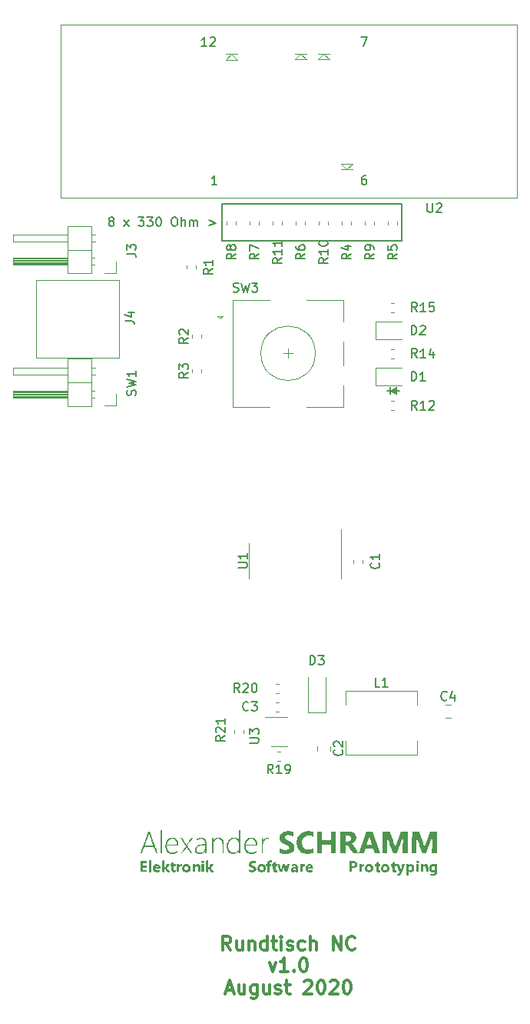
<source format=gbr>
%TF.GenerationSoftware,KiCad,Pcbnew,(5.99.0-2611-ga723fba70-dirty)*%
%TF.CreationDate,2020-08-14T04:19:11+02:00*%
%TF.ProjectId,rundtisch-nc,72756e64-7469-4736-9368-2d6e632e6b69,rev?*%
%TF.SameCoordinates,Original*%
%TF.FileFunction,Legend,Top*%
%TF.FilePolarity,Positive*%
%FSLAX46Y46*%
G04 Gerber Fmt 4.6, Leading zero omitted, Abs format (unit mm)*
G04 Created by KiCad (PCBNEW (5.99.0-2611-ga723fba70-dirty)) date 2020-08-14 04:19:11*
%MOMM*%
%LPD*%
G01*
G04 APERTURE LIST*
%ADD10C,0.300000*%
%ADD11C,0.150000*%
%ADD12C,0.100000*%
%ADD13C,0.120000*%
G04 APERTURE END LIST*
D10*
X76107142Y-148158571D02*
X75607142Y-147444285D01*
X75250000Y-148158571D02*
X75250000Y-146658571D01*
X75821428Y-146658571D01*
X75964285Y-146730000D01*
X76035714Y-146801428D01*
X76107142Y-146944285D01*
X76107142Y-147158571D01*
X76035714Y-147301428D01*
X75964285Y-147372857D01*
X75821428Y-147444285D01*
X75250000Y-147444285D01*
X77392857Y-147158571D02*
X77392857Y-148158571D01*
X76750000Y-147158571D02*
X76750000Y-147944285D01*
X76821428Y-148087142D01*
X76964285Y-148158571D01*
X77178571Y-148158571D01*
X77321428Y-148087142D01*
X77392857Y-148015714D01*
X78107142Y-147158571D02*
X78107142Y-148158571D01*
X78107142Y-147301428D02*
X78178571Y-147230000D01*
X78321428Y-147158571D01*
X78535714Y-147158571D01*
X78678571Y-147230000D01*
X78750000Y-147372857D01*
X78750000Y-148158571D01*
X80107142Y-148158571D02*
X80107142Y-146658571D01*
X80107142Y-148087142D02*
X79964285Y-148158571D01*
X79678571Y-148158571D01*
X79535714Y-148087142D01*
X79464285Y-148015714D01*
X79392857Y-147872857D01*
X79392857Y-147444285D01*
X79464285Y-147301428D01*
X79535714Y-147230000D01*
X79678571Y-147158571D01*
X79964285Y-147158571D01*
X80107142Y-147230000D01*
X80607142Y-147158571D02*
X81178571Y-147158571D01*
X80821428Y-146658571D02*
X80821428Y-147944285D01*
X80892857Y-148087142D01*
X81035714Y-148158571D01*
X81178571Y-148158571D01*
X81678571Y-148158571D02*
X81678571Y-147158571D01*
X81678571Y-146658571D02*
X81607142Y-146730000D01*
X81678571Y-146801428D01*
X81750000Y-146730000D01*
X81678571Y-146658571D01*
X81678571Y-146801428D01*
X82321428Y-148087142D02*
X82464285Y-148158571D01*
X82750000Y-148158571D01*
X82892857Y-148087142D01*
X82964285Y-147944285D01*
X82964285Y-147872857D01*
X82892857Y-147730000D01*
X82750000Y-147658571D01*
X82535714Y-147658571D01*
X82392857Y-147587142D01*
X82321428Y-147444285D01*
X82321428Y-147372857D01*
X82392857Y-147230000D01*
X82535714Y-147158571D01*
X82750000Y-147158571D01*
X82892857Y-147230000D01*
X84250000Y-148087142D02*
X84107142Y-148158571D01*
X83821428Y-148158571D01*
X83678571Y-148087142D01*
X83607142Y-148015714D01*
X83535714Y-147872857D01*
X83535714Y-147444285D01*
X83607142Y-147301428D01*
X83678571Y-147230000D01*
X83821428Y-147158571D01*
X84107142Y-147158571D01*
X84250000Y-147230000D01*
X84892857Y-148158571D02*
X84892857Y-146658571D01*
X85535714Y-148158571D02*
X85535714Y-147372857D01*
X85464285Y-147230000D01*
X85321428Y-147158571D01*
X85107142Y-147158571D01*
X84964285Y-147230000D01*
X84892857Y-147301428D01*
X87392857Y-148158571D02*
X87392857Y-146658571D01*
X88250000Y-148158571D01*
X88250000Y-146658571D01*
X89821428Y-148015714D02*
X89750000Y-148087142D01*
X89535714Y-148158571D01*
X89392857Y-148158571D01*
X89178571Y-148087142D01*
X89035714Y-147944285D01*
X88964285Y-147801428D01*
X88892857Y-147515714D01*
X88892857Y-147301428D01*
X88964285Y-147015714D01*
X89035714Y-146872857D01*
X89178571Y-146730000D01*
X89392857Y-146658571D01*
X89535714Y-146658571D01*
X89750000Y-146730000D01*
X89821428Y-146801428D01*
X80357142Y-149573571D02*
X80714285Y-150573571D01*
X81071428Y-149573571D01*
X82428571Y-150573571D02*
X81571428Y-150573571D01*
X82000000Y-150573571D02*
X82000000Y-149073571D01*
X81857142Y-149287857D01*
X81714285Y-149430714D01*
X81571428Y-149502142D01*
X83071428Y-150430714D02*
X83142857Y-150502142D01*
X83071428Y-150573571D01*
X83000000Y-150502142D01*
X83071428Y-150430714D01*
X83071428Y-150573571D01*
X84071428Y-149073571D02*
X84214285Y-149073571D01*
X84357142Y-149145000D01*
X84428571Y-149216428D01*
X84500000Y-149359285D01*
X84571428Y-149645000D01*
X84571428Y-150002142D01*
X84500000Y-150287857D01*
X84428571Y-150430714D01*
X84357142Y-150502142D01*
X84214285Y-150573571D01*
X84071428Y-150573571D01*
X83928571Y-150502142D01*
X83857142Y-150430714D01*
X83785714Y-150287857D01*
X83714285Y-150002142D01*
X83714285Y-149645000D01*
X83785714Y-149359285D01*
X83857142Y-149216428D01*
X83928571Y-149145000D01*
X84071428Y-149073571D01*
X75642857Y-152560000D02*
X76357142Y-152560000D01*
X75500000Y-152988571D02*
X76000000Y-151488571D01*
X76500000Y-152988571D01*
X77642857Y-151988571D02*
X77642857Y-152988571D01*
X77000000Y-151988571D02*
X77000000Y-152774285D01*
X77071428Y-152917142D01*
X77214285Y-152988571D01*
X77428571Y-152988571D01*
X77571428Y-152917142D01*
X77642857Y-152845714D01*
X79000000Y-151988571D02*
X79000000Y-153202857D01*
X78928571Y-153345714D01*
X78857142Y-153417142D01*
X78714285Y-153488571D01*
X78500000Y-153488571D01*
X78357142Y-153417142D01*
X79000000Y-152917142D02*
X78857142Y-152988571D01*
X78571428Y-152988571D01*
X78428571Y-152917142D01*
X78357142Y-152845714D01*
X78285714Y-152702857D01*
X78285714Y-152274285D01*
X78357142Y-152131428D01*
X78428571Y-152060000D01*
X78571428Y-151988571D01*
X78857142Y-151988571D01*
X79000000Y-152060000D01*
X80357142Y-151988571D02*
X80357142Y-152988571D01*
X79714285Y-151988571D02*
X79714285Y-152774285D01*
X79785714Y-152917142D01*
X79928571Y-152988571D01*
X80142857Y-152988571D01*
X80285714Y-152917142D01*
X80357142Y-152845714D01*
X81000000Y-152917142D02*
X81142857Y-152988571D01*
X81428571Y-152988571D01*
X81571428Y-152917142D01*
X81642857Y-152774285D01*
X81642857Y-152702857D01*
X81571428Y-152560000D01*
X81428571Y-152488571D01*
X81214285Y-152488571D01*
X81071428Y-152417142D01*
X81000000Y-152274285D01*
X81000000Y-152202857D01*
X81071428Y-152060000D01*
X81214285Y-151988571D01*
X81428571Y-151988571D01*
X81571428Y-152060000D01*
X82071428Y-151988571D02*
X82642857Y-151988571D01*
X82285714Y-151488571D02*
X82285714Y-152774285D01*
X82357142Y-152917142D01*
X82500000Y-152988571D01*
X82642857Y-152988571D01*
X84214285Y-151631428D02*
X84285714Y-151560000D01*
X84428571Y-151488571D01*
X84785714Y-151488571D01*
X84928571Y-151560000D01*
X85000000Y-151631428D01*
X85071428Y-151774285D01*
X85071428Y-151917142D01*
X85000000Y-152131428D01*
X84142857Y-152988571D01*
X85071428Y-152988571D01*
X86000000Y-151488571D02*
X86142857Y-151488571D01*
X86285714Y-151560000D01*
X86357142Y-151631428D01*
X86428571Y-151774285D01*
X86500000Y-152060000D01*
X86500000Y-152417142D01*
X86428571Y-152702857D01*
X86357142Y-152845714D01*
X86285714Y-152917142D01*
X86142857Y-152988571D01*
X86000000Y-152988571D01*
X85857142Y-152917142D01*
X85785714Y-152845714D01*
X85714285Y-152702857D01*
X85642857Y-152417142D01*
X85642857Y-152060000D01*
X85714285Y-151774285D01*
X85785714Y-151631428D01*
X85857142Y-151560000D01*
X86000000Y-151488571D01*
X87071428Y-151631428D02*
X87142857Y-151560000D01*
X87285714Y-151488571D01*
X87642857Y-151488571D01*
X87785714Y-151560000D01*
X87857142Y-151631428D01*
X87928571Y-151774285D01*
X87928571Y-151917142D01*
X87857142Y-152131428D01*
X87000000Y-152988571D01*
X87928571Y-152988571D01*
X88857142Y-151488571D02*
X89000000Y-151488571D01*
X89142857Y-151560000D01*
X89214285Y-151631428D01*
X89285714Y-151774285D01*
X89357142Y-152060000D01*
X89357142Y-152417142D01*
X89285714Y-152702857D01*
X89214285Y-152845714D01*
X89142857Y-152917142D01*
X89000000Y-152988571D01*
X88857142Y-152988571D01*
X88714285Y-152917142D01*
X88642857Y-152845714D01*
X88571428Y-152702857D01*
X88500000Y-152417142D01*
X88500000Y-152060000D01*
X88571428Y-151774285D01*
X88642857Y-151631428D01*
X88714285Y-151560000D01*
X88857142Y-151488571D01*
D11*
X94996000Y-66040000D02*
X75184000Y-66040000D01*
X93726000Y-86614000D02*
X93345000Y-86614000D01*
X75184000Y-66040000D02*
X75184000Y-70104000D01*
X93726000Y-86233000D02*
X93726000Y-86995000D01*
X94361000Y-86614000D02*
X94742000Y-86614000D01*
D12*
G36*
X94361000Y-86995000D02*
G01*
X93726000Y-86614000D01*
X94361000Y-86233000D01*
X94361000Y-86995000D01*
G37*
X94361000Y-86995000D02*
X93726000Y-86614000D01*
X94361000Y-86233000D01*
X94361000Y-86995000D01*
D11*
X94996000Y-70104000D02*
X94996000Y-66040000D01*
X75184000Y-70104000D02*
X94996000Y-70104000D01*
X62865714Y-67952952D02*
X62770476Y-67905333D01*
X62722857Y-67857714D01*
X62675238Y-67762476D01*
X62675238Y-67714857D01*
X62722857Y-67619619D01*
X62770476Y-67572000D01*
X62865714Y-67524380D01*
X63056190Y-67524380D01*
X63151428Y-67572000D01*
X63199047Y-67619619D01*
X63246666Y-67714857D01*
X63246666Y-67762476D01*
X63199047Y-67857714D01*
X63151428Y-67905333D01*
X63056190Y-67952952D01*
X62865714Y-67952952D01*
X62770476Y-68000571D01*
X62722857Y-68048190D01*
X62675238Y-68143428D01*
X62675238Y-68333904D01*
X62722857Y-68429142D01*
X62770476Y-68476761D01*
X62865714Y-68524380D01*
X63056190Y-68524380D01*
X63151428Y-68476761D01*
X63199047Y-68429142D01*
X63246666Y-68333904D01*
X63246666Y-68143428D01*
X63199047Y-68048190D01*
X63151428Y-68000571D01*
X63056190Y-67952952D01*
X64341904Y-68524380D02*
X64865714Y-67857714D01*
X64341904Y-67857714D02*
X64865714Y-68524380D01*
X65913333Y-67524380D02*
X66532380Y-67524380D01*
X66199047Y-67905333D01*
X66341904Y-67905333D01*
X66437142Y-67952952D01*
X66484761Y-68000571D01*
X66532380Y-68095809D01*
X66532380Y-68333904D01*
X66484761Y-68429142D01*
X66437142Y-68476761D01*
X66341904Y-68524380D01*
X66056190Y-68524380D01*
X65960952Y-68476761D01*
X65913333Y-68429142D01*
X66865714Y-67524380D02*
X67484761Y-67524380D01*
X67151428Y-67905333D01*
X67294285Y-67905333D01*
X67389523Y-67952952D01*
X67437142Y-68000571D01*
X67484761Y-68095809D01*
X67484761Y-68333904D01*
X67437142Y-68429142D01*
X67389523Y-68476761D01*
X67294285Y-68524380D01*
X67008571Y-68524380D01*
X66913333Y-68476761D01*
X66865714Y-68429142D01*
X68103809Y-67524380D02*
X68199047Y-67524380D01*
X68294285Y-67572000D01*
X68341904Y-67619619D01*
X68389523Y-67714857D01*
X68437142Y-67905333D01*
X68437142Y-68143428D01*
X68389523Y-68333904D01*
X68341904Y-68429142D01*
X68294285Y-68476761D01*
X68199047Y-68524380D01*
X68103809Y-68524380D01*
X68008571Y-68476761D01*
X67960952Y-68429142D01*
X67913333Y-68333904D01*
X67865714Y-68143428D01*
X67865714Y-67905333D01*
X67913333Y-67714857D01*
X67960952Y-67619619D01*
X68008571Y-67572000D01*
X68103809Y-67524380D01*
X69818095Y-67524380D02*
X70008571Y-67524380D01*
X70103809Y-67572000D01*
X70199047Y-67667238D01*
X70246666Y-67857714D01*
X70246666Y-68191047D01*
X70199047Y-68381523D01*
X70103809Y-68476761D01*
X70008571Y-68524380D01*
X69818095Y-68524380D01*
X69722857Y-68476761D01*
X69627619Y-68381523D01*
X69580000Y-68191047D01*
X69580000Y-67857714D01*
X69627619Y-67667238D01*
X69722857Y-67572000D01*
X69818095Y-67524380D01*
X70675238Y-68524380D02*
X70675238Y-67524380D01*
X71103809Y-68524380D02*
X71103809Y-68000571D01*
X71056190Y-67905333D01*
X70960952Y-67857714D01*
X70818095Y-67857714D01*
X70722857Y-67905333D01*
X70675238Y-67952952D01*
X71580000Y-68524380D02*
X71580000Y-67857714D01*
X71580000Y-67952952D02*
X71627619Y-67905333D01*
X71722857Y-67857714D01*
X71865714Y-67857714D01*
X71960952Y-67905333D01*
X72008571Y-68000571D01*
X72008571Y-68524380D01*
X72008571Y-68000571D02*
X72056190Y-67905333D01*
X72151428Y-67857714D01*
X72294285Y-67857714D01*
X72389523Y-67905333D01*
X72437142Y-68000571D01*
X72437142Y-68524380D01*
X73675238Y-67857714D02*
X74437142Y-68143428D01*
X73675238Y-68429142D01*
%TO.C,J4*%
X64452380Y-78933333D02*
X65166666Y-78933333D01*
X65309523Y-78980952D01*
X65404761Y-79076190D01*
X65452380Y-79219047D01*
X65452380Y-79314285D01*
X64785714Y-78028571D02*
X65452380Y-78028571D01*
X64404761Y-78266666D02*
X65119047Y-78504761D01*
X65119047Y-77885714D01*
%TO.C,R3*%
X71412380Y-84621666D02*
X70936190Y-84955000D01*
X71412380Y-85193095D02*
X70412380Y-85193095D01*
X70412380Y-84812142D01*
X70460000Y-84716904D01*
X70507619Y-84669285D01*
X70602857Y-84621666D01*
X70745714Y-84621666D01*
X70840952Y-84669285D01*
X70888571Y-84716904D01*
X70936190Y-84812142D01*
X70936190Y-85193095D01*
X70412380Y-84288333D02*
X70412380Y-83669285D01*
X70793333Y-84002619D01*
X70793333Y-83859761D01*
X70840952Y-83764523D01*
X70888571Y-83716904D01*
X70983809Y-83669285D01*
X71221904Y-83669285D01*
X71317142Y-83716904D01*
X71364761Y-83764523D01*
X71412380Y-83859761D01*
X71412380Y-84145476D01*
X71364761Y-84240714D01*
X71317142Y-84288333D01*
%TO.C,R12*%
X96639142Y-88717380D02*
X96305809Y-88241190D01*
X96067714Y-88717380D02*
X96067714Y-87717380D01*
X96448666Y-87717380D01*
X96543904Y-87765000D01*
X96591523Y-87812619D01*
X96639142Y-87907857D01*
X96639142Y-88050714D01*
X96591523Y-88145952D01*
X96543904Y-88193571D01*
X96448666Y-88241190D01*
X96067714Y-88241190D01*
X97591523Y-88717380D02*
X97020095Y-88717380D01*
X97305809Y-88717380D02*
X97305809Y-87717380D01*
X97210571Y-87860238D01*
X97115333Y-87955476D01*
X97020095Y-88003095D01*
X97972476Y-87812619D02*
X98020095Y-87765000D01*
X98115333Y-87717380D01*
X98353428Y-87717380D01*
X98448666Y-87765000D01*
X98496285Y-87812619D01*
X98543904Y-87907857D01*
X98543904Y-88003095D01*
X98496285Y-88145952D01*
X97924857Y-88717380D01*
X98543904Y-88717380D01*
%TO.C,R15*%
X96639142Y-77922380D02*
X96305809Y-77446190D01*
X96067714Y-77922380D02*
X96067714Y-76922380D01*
X96448666Y-76922380D01*
X96543904Y-76970000D01*
X96591523Y-77017619D01*
X96639142Y-77112857D01*
X96639142Y-77255714D01*
X96591523Y-77350952D01*
X96543904Y-77398571D01*
X96448666Y-77446190D01*
X96067714Y-77446190D01*
X97591523Y-77922380D02*
X97020095Y-77922380D01*
X97305809Y-77922380D02*
X97305809Y-76922380D01*
X97210571Y-77065238D01*
X97115333Y-77160476D01*
X97020095Y-77208095D01*
X98496285Y-76922380D02*
X98020095Y-76922380D01*
X97972476Y-77398571D01*
X98020095Y-77350952D01*
X98115333Y-77303333D01*
X98353428Y-77303333D01*
X98448666Y-77350952D01*
X98496285Y-77398571D01*
X98543904Y-77493809D01*
X98543904Y-77731904D01*
X98496285Y-77827142D01*
X98448666Y-77874761D01*
X98353428Y-77922380D01*
X98115333Y-77922380D01*
X98020095Y-77874761D01*
X97972476Y-77827142D01*
%TO.C,R7*%
X79192380Y-71540666D02*
X78716190Y-71874000D01*
X79192380Y-72112095D02*
X78192380Y-72112095D01*
X78192380Y-71731142D01*
X78240000Y-71635904D01*
X78287619Y-71588285D01*
X78382857Y-71540666D01*
X78525714Y-71540666D01*
X78620952Y-71588285D01*
X78668571Y-71635904D01*
X78716190Y-71731142D01*
X78716190Y-72112095D01*
X78192380Y-71207333D02*
X78192380Y-70540666D01*
X79192380Y-70969238D01*
%TO.C,R19*%
X80764142Y-128755380D02*
X80430809Y-128279190D01*
X80192714Y-128755380D02*
X80192714Y-127755380D01*
X80573666Y-127755380D01*
X80668904Y-127803000D01*
X80716523Y-127850619D01*
X80764142Y-127945857D01*
X80764142Y-128088714D01*
X80716523Y-128183952D01*
X80668904Y-128231571D01*
X80573666Y-128279190D01*
X80192714Y-128279190D01*
X81716523Y-128755380D02*
X81145095Y-128755380D01*
X81430809Y-128755380D02*
X81430809Y-127755380D01*
X81335571Y-127898238D01*
X81240333Y-127993476D01*
X81145095Y-128041095D01*
X82192714Y-128755380D02*
X82383190Y-128755380D01*
X82478428Y-128707761D01*
X82526047Y-128660142D01*
X82621285Y-128517285D01*
X82668904Y-128326809D01*
X82668904Y-127945857D01*
X82621285Y-127850619D01*
X82573666Y-127803000D01*
X82478428Y-127755380D01*
X82287952Y-127755380D01*
X82192714Y-127803000D01*
X82145095Y-127850619D01*
X82097476Y-127945857D01*
X82097476Y-128183952D01*
X82145095Y-128279190D01*
X82192714Y-128326809D01*
X82287952Y-128374428D01*
X82478428Y-128374428D01*
X82573666Y-128326809D01*
X82621285Y-128279190D01*
X82668904Y-128183952D01*
%TO.C,R21*%
X75452380Y-124596590D02*
X74976190Y-124929923D01*
X75452380Y-125168018D02*
X74452380Y-125168018D01*
X74452380Y-124787066D01*
X74500000Y-124691828D01*
X74547619Y-124644209D01*
X74642857Y-124596590D01*
X74785714Y-124596590D01*
X74880952Y-124644209D01*
X74928571Y-124691828D01*
X74976190Y-124787066D01*
X74976190Y-125168018D01*
X74547619Y-124215637D02*
X74500000Y-124168018D01*
X74452380Y-124072780D01*
X74452380Y-123834685D01*
X74500000Y-123739447D01*
X74547619Y-123691828D01*
X74642857Y-123644209D01*
X74738095Y-123644209D01*
X74880952Y-123691828D01*
X75452380Y-124263256D01*
X75452380Y-123644209D01*
X75452380Y-122691828D02*
X75452380Y-123263256D01*
X75452380Y-122977542D02*
X74452380Y-122977542D01*
X74595238Y-123072780D01*
X74690476Y-123168018D01*
X74738095Y-123263256D01*
%TO.C,U2*%
X97790095Y-66000380D02*
X97790095Y-66809904D01*
X97837714Y-66905142D01*
X97885333Y-66952761D01*
X97980571Y-67000380D01*
X98171047Y-67000380D01*
X98266285Y-66952761D01*
X98313904Y-66905142D01*
X98361523Y-66809904D01*
X98361523Y-66000380D01*
X98790095Y-66095619D02*
X98837714Y-66048000D01*
X98932952Y-66000380D01*
X99171047Y-66000380D01*
X99266285Y-66048000D01*
X99313904Y-66095619D01*
X99361523Y-66190857D01*
X99361523Y-66286095D01*
X99313904Y-66428952D01*
X98742476Y-67000380D01*
X99361523Y-67000380D01*
X90995476Y-62952380D02*
X90805000Y-62952380D01*
X90709761Y-63000000D01*
X90662142Y-63047619D01*
X90566904Y-63190476D01*
X90519285Y-63380952D01*
X90519285Y-63761904D01*
X90566904Y-63857142D01*
X90614523Y-63904761D01*
X90709761Y-63952380D01*
X90900238Y-63952380D01*
X90995476Y-63904761D01*
X91043095Y-63857142D01*
X91090714Y-63761904D01*
X91090714Y-63523809D01*
X91043095Y-63428571D01*
X90995476Y-63380952D01*
X90900238Y-63333333D01*
X90709761Y-63333333D01*
X90614523Y-63380952D01*
X90566904Y-63428571D01*
X90519285Y-63523809D01*
X73469523Y-48712380D02*
X72898095Y-48712380D01*
X73183809Y-48712380D02*
X73183809Y-47712380D01*
X73088571Y-47855238D01*
X72993333Y-47950476D01*
X72898095Y-47998095D01*
X73850476Y-47807619D02*
X73898095Y-47760000D01*
X73993333Y-47712380D01*
X74231428Y-47712380D01*
X74326666Y-47760000D01*
X74374285Y-47807619D01*
X74421904Y-47902857D01*
X74421904Y-47998095D01*
X74374285Y-48140952D01*
X73802857Y-48712380D01*
X74421904Y-48712380D01*
X74580714Y-63952380D02*
X74009285Y-63952380D01*
X74295000Y-63952380D02*
X74295000Y-62952380D01*
X74199761Y-63095238D01*
X74104523Y-63190476D01*
X74009285Y-63238095D01*
X90471666Y-47712380D02*
X91138333Y-47712380D01*
X90709761Y-48712380D01*
%TO.C,R9*%
X91892380Y-71540666D02*
X91416190Y-71874000D01*
X91892380Y-72112095D02*
X90892380Y-72112095D01*
X90892380Y-71731142D01*
X90940000Y-71635904D01*
X90987619Y-71588285D01*
X91082857Y-71540666D01*
X91225714Y-71540666D01*
X91320952Y-71588285D01*
X91368571Y-71635904D01*
X91416190Y-71731142D01*
X91416190Y-72112095D01*
X91892380Y-71064476D02*
X91892380Y-70874000D01*
X91844761Y-70778761D01*
X91797142Y-70731142D01*
X91654285Y-70635904D01*
X91463809Y-70588285D01*
X91082857Y-70588285D01*
X90987619Y-70635904D01*
X90940000Y-70683523D01*
X90892380Y-70778761D01*
X90892380Y-70969238D01*
X90940000Y-71064476D01*
X90987619Y-71112095D01*
X91082857Y-71159714D01*
X91320952Y-71159714D01*
X91416190Y-71112095D01*
X91463809Y-71064476D01*
X91511428Y-70969238D01*
X91511428Y-70778761D01*
X91463809Y-70683523D01*
X91416190Y-70635904D01*
X91320952Y-70588285D01*
%TO.C,SW1*%
X65604761Y-87133333D02*
X65652380Y-86990476D01*
X65652380Y-86752380D01*
X65604761Y-86657142D01*
X65557142Y-86609523D01*
X65461904Y-86561904D01*
X65366666Y-86561904D01*
X65271428Y-86609523D01*
X65223809Y-86657142D01*
X65176190Y-86752380D01*
X65128571Y-86942857D01*
X65080952Y-87038095D01*
X65033333Y-87085714D01*
X64938095Y-87133333D01*
X64842857Y-87133333D01*
X64747619Y-87085714D01*
X64700000Y-87038095D01*
X64652380Y-86942857D01*
X64652380Y-86704761D01*
X64700000Y-86561904D01*
X64652380Y-86228571D02*
X65652380Y-85990476D01*
X64938095Y-85800000D01*
X65652380Y-85609523D01*
X64652380Y-85371428D01*
X65652380Y-84466666D02*
X65652380Y-85038095D01*
X65652380Y-84752380D02*
X64652380Y-84752380D01*
X64795238Y-84847619D01*
X64890476Y-84942857D01*
X64938095Y-85038095D01*
%TO.C,C2*%
X88367142Y-126150666D02*
X88414761Y-126198285D01*
X88462380Y-126341142D01*
X88462380Y-126436380D01*
X88414761Y-126579238D01*
X88319523Y-126674476D01*
X88224285Y-126722095D01*
X88033809Y-126769714D01*
X87890952Y-126769714D01*
X87700476Y-126722095D01*
X87605238Y-126674476D01*
X87510000Y-126579238D01*
X87462380Y-126436380D01*
X87462380Y-126341142D01*
X87510000Y-126198285D01*
X87557619Y-126150666D01*
X87557619Y-125769714D02*
X87510000Y-125722095D01*
X87462380Y-125626857D01*
X87462380Y-125388761D01*
X87510000Y-125293523D01*
X87557619Y-125245904D01*
X87652857Y-125198285D01*
X87748095Y-125198285D01*
X87890952Y-125245904D01*
X88462380Y-125817333D01*
X88462380Y-125198285D01*
%TO.C,J3*%
X64652380Y-71533333D02*
X65366666Y-71533333D01*
X65509523Y-71580952D01*
X65604761Y-71676190D01*
X65652380Y-71819047D01*
X65652380Y-71914285D01*
X64652380Y-71152380D02*
X64652380Y-70533333D01*
X65033333Y-70866666D01*
X65033333Y-70723809D01*
X65080952Y-70628571D01*
X65128571Y-70580952D01*
X65223809Y-70533333D01*
X65461904Y-70533333D01*
X65557142Y-70580952D01*
X65604761Y-70628571D01*
X65652380Y-70723809D01*
X65652380Y-71009523D01*
X65604761Y-71104761D01*
X65557142Y-71152380D01*
%TO.C,R4*%
X89352380Y-71540666D02*
X88876190Y-71874000D01*
X89352380Y-72112095D02*
X88352380Y-72112095D01*
X88352380Y-71731142D01*
X88400000Y-71635904D01*
X88447619Y-71588285D01*
X88542857Y-71540666D01*
X88685714Y-71540666D01*
X88780952Y-71588285D01*
X88828571Y-71635904D01*
X88876190Y-71731142D01*
X88876190Y-72112095D01*
X88685714Y-70683523D02*
X89352380Y-70683523D01*
X88304761Y-70921619D02*
X89019047Y-71159714D01*
X89019047Y-70540666D01*
%TO.C,R8*%
X76652380Y-71540666D02*
X76176190Y-71874000D01*
X76652380Y-72112095D02*
X75652380Y-72112095D01*
X75652380Y-71731142D01*
X75700000Y-71635904D01*
X75747619Y-71588285D01*
X75842857Y-71540666D01*
X75985714Y-71540666D01*
X76080952Y-71588285D01*
X76128571Y-71635904D01*
X76176190Y-71731142D01*
X76176190Y-72112095D01*
X76080952Y-70969238D02*
X76033333Y-71064476D01*
X75985714Y-71112095D01*
X75890476Y-71159714D01*
X75842857Y-71159714D01*
X75747619Y-71112095D01*
X75700000Y-71064476D01*
X75652380Y-70969238D01*
X75652380Y-70778761D01*
X75700000Y-70683523D01*
X75747619Y-70635904D01*
X75842857Y-70588285D01*
X75890476Y-70588285D01*
X75985714Y-70635904D01*
X76033333Y-70683523D01*
X76080952Y-70778761D01*
X76080952Y-70969238D01*
X76128571Y-71064476D01*
X76176190Y-71112095D01*
X76271428Y-71159714D01*
X76461904Y-71159714D01*
X76557142Y-71112095D01*
X76604761Y-71064476D01*
X76652380Y-70969238D01*
X76652380Y-70778761D01*
X76604761Y-70683523D01*
X76557142Y-70635904D01*
X76461904Y-70588285D01*
X76271428Y-70588285D01*
X76176190Y-70635904D01*
X76128571Y-70683523D01*
X76080952Y-70778761D01*
%TO.C,U3*%
X78192380Y-125393171D02*
X79001904Y-125393171D01*
X79097142Y-125345552D01*
X79144761Y-125297933D01*
X79192380Y-125202695D01*
X79192380Y-125012219D01*
X79144761Y-124916981D01*
X79097142Y-124869362D01*
X79001904Y-124821743D01*
X78192380Y-124821743D01*
X78192380Y-124440790D02*
X78192380Y-123821743D01*
X78573333Y-124155076D01*
X78573333Y-124012219D01*
X78620952Y-123916981D01*
X78668571Y-123869362D01*
X78763809Y-123821743D01*
X79001904Y-123821743D01*
X79097142Y-123869362D01*
X79144761Y-123916981D01*
X79192380Y-124012219D01*
X79192380Y-124297933D01*
X79144761Y-124393171D01*
X79097142Y-124440790D01*
%TO.C,C1*%
X92432142Y-105576666D02*
X92479761Y-105624285D01*
X92527380Y-105767142D01*
X92527380Y-105862380D01*
X92479761Y-106005238D01*
X92384523Y-106100476D01*
X92289285Y-106148095D01*
X92098809Y-106195714D01*
X91955952Y-106195714D01*
X91765476Y-106148095D01*
X91670238Y-106100476D01*
X91575000Y-106005238D01*
X91527380Y-105862380D01*
X91527380Y-105767142D01*
X91575000Y-105624285D01*
X91622619Y-105576666D01*
X92527380Y-104624285D02*
X92527380Y-105195714D01*
X92527380Y-104910000D02*
X91527380Y-104910000D01*
X91670238Y-105005238D01*
X91765476Y-105100476D01*
X91813095Y-105195714D01*
%TO.C,R10*%
X86812380Y-72016857D02*
X86336190Y-72350190D01*
X86812380Y-72588285D02*
X85812380Y-72588285D01*
X85812380Y-72207333D01*
X85860000Y-72112095D01*
X85907619Y-72064476D01*
X86002857Y-72016857D01*
X86145714Y-72016857D01*
X86240952Y-72064476D01*
X86288571Y-72112095D01*
X86336190Y-72207333D01*
X86336190Y-72588285D01*
X86812380Y-71064476D02*
X86812380Y-71635904D01*
X86812380Y-71350190D02*
X85812380Y-71350190D01*
X85955238Y-71445428D01*
X86050476Y-71540666D01*
X86098095Y-71635904D01*
X85812380Y-70445428D02*
X85812380Y-70350190D01*
X85860000Y-70254952D01*
X85907619Y-70207333D01*
X86002857Y-70159714D01*
X86193333Y-70112095D01*
X86431428Y-70112095D01*
X86621904Y-70159714D01*
X86717142Y-70207333D01*
X86764761Y-70254952D01*
X86812380Y-70350190D01*
X86812380Y-70445428D01*
X86764761Y-70540666D01*
X86717142Y-70588285D01*
X86621904Y-70635904D01*
X86431428Y-70683523D01*
X86193333Y-70683523D01*
X86002857Y-70635904D01*
X85907619Y-70588285D01*
X85860000Y-70540666D01*
X85812380Y-70445428D01*
%TO.C,R1*%
X74112380Y-73191666D02*
X73636190Y-73525000D01*
X74112380Y-73763095D02*
X73112380Y-73763095D01*
X73112380Y-73382142D01*
X73160000Y-73286904D01*
X73207619Y-73239285D01*
X73302857Y-73191666D01*
X73445714Y-73191666D01*
X73540952Y-73239285D01*
X73588571Y-73286904D01*
X73636190Y-73382142D01*
X73636190Y-73763095D01*
X74112380Y-72239285D02*
X74112380Y-72810714D01*
X74112380Y-72525000D02*
X73112380Y-72525000D01*
X73255238Y-72620238D01*
X73350476Y-72715476D01*
X73398095Y-72810714D01*
%TO.C,C3*%
X78065333Y-121769142D02*
X78017714Y-121816761D01*
X77874857Y-121864380D01*
X77779619Y-121864380D01*
X77636761Y-121816761D01*
X77541523Y-121721523D01*
X77493904Y-121626285D01*
X77446285Y-121435809D01*
X77446285Y-121292952D01*
X77493904Y-121102476D01*
X77541523Y-121007238D01*
X77636761Y-120912000D01*
X77779619Y-120864380D01*
X77874857Y-120864380D01*
X78017714Y-120912000D01*
X78065333Y-120959619D01*
X78398666Y-120864380D02*
X79017714Y-120864380D01*
X78684380Y-121245333D01*
X78827238Y-121245333D01*
X78922476Y-121292952D01*
X78970095Y-121340571D01*
X79017714Y-121435809D01*
X79017714Y-121673904D01*
X78970095Y-121769142D01*
X78922476Y-121816761D01*
X78827238Y-121864380D01*
X78541523Y-121864380D01*
X78446285Y-121816761D01*
X78398666Y-121769142D01*
%TO.C,D1*%
X96035904Y-85542380D02*
X96035904Y-84542380D01*
X96274000Y-84542380D01*
X96416857Y-84590000D01*
X96512095Y-84685238D01*
X96559714Y-84780476D01*
X96607333Y-84970952D01*
X96607333Y-85113809D01*
X96559714Y-85304285D01*
X96512095Y-85399523D01*
X96416857Y-85494761D01*
X96274000Y-85542380D01*
X96035904Y-85542380D01*
X97559714Y-85542380D02*
X96988285Y-85542380D01*
X97274000Y-85542380D02*
X97274000Y-84542380D01*
X97178761Y-84685238D01*
X97083523Y-84780476D01*
X96988285Y-84828095D01*
%TO.C,SW3*%
X76396666Y-75714761D02*
X76539523Y-75762380D01*
X76777619Y-75762380D01*
X76872857Y-75714761D01*
X76920476Y-75667142D01*
X76968095Y-75571904D01*
X76968095Y-75476666D01*
X76920476Y-75381428D01*
X76872857Y-75333809D01*
X76777619Y-75286190D01*
X76587142Y-75238571D01*
X76491904Y-75190952D01*
X76444285Y-75143333D01*
X76396666Y-75048095D01*
X76396666Y-74952857D01*
X76444285Y-74857619D01*
X76491904Y-74810000D01*
X76587142Y-74762380D01*
X76825238Y-74762380D01*
X76968095Y-74810000D01*
X77301428Y-74762380D02*
X77539523Y-75762380D01*
X77730000Y-75048095D01*
X77920476Y-75762380D01*
X78158571Y-74762380D01*
X78444285Y-74762380D02*
X79063333Y-74762380D01*
X78730000Y-75143333D01*
X78872857Y-75143333D01*
X78968095Y-75190952D01*
X79015714Y-75238571D01*
X79063333Y-75333809D01*
X79063333Y-75571904D01*
X79015714Y-75667142D01*
X78968095Y-75714761D01*
X78872857Y-75762380D01*
X78587142Y-75762380D01*
X78491904Y-75714761D01*
X78444285Y-75667142D01*
%TO.C,R11*%
X81732380Y-72016857D02*
X81256190Y-72350190D01*
X81732380Y-72588285D02*
X80732380Y-72588285D01*
X80732380Y-72207333D01*
X80780000Y-72112095D01*
X80827619Y-72064476D01*
X80922857Y-72016857D01*
X81065714Y-72016857D01*
X81160952Y-72064476D01*
X81208571Y-72112095D01*
X81256190Y-72207333D01*
X81256190Y-72588285D01*
X81732380Y-71064476D02*
X81732380Y-71635904D01*
X81732380Y-71350190D02*
X80732380Y-71350190D01*
X80875238Y-71445428D01*
X80970476Y-71540666D01*
X81018095Y-71635904D01*
X81732380Y-70112095D02*
X81732380Y-70683523D01*
X81732380Y-70397809D02*
X80732380Y-70397809D01*
X80875238Y-70493047D01*
X80970476Y-70588285D01*
X81018095Y-70683523D01*
%TO.C,R6*%
X84272380Y-71540666D02*
X83796190Y-71874000D01*
X84272380Y-72112095D02*
X83272380Y-72112095D01*
X83272380Y-71731142D01*
X83320000Y-71635904D01*
X83367619Y-71588285D01*
X83462857Y-71540666D01*
X83605714Y-71540666D01*
X83700952Y-71588285D01*
X83748571Y-71635904D01*
X83796190Y-71731142D01*
X83796190Y-72112095D01*
X83272380Y-70683523D02*
X83272380Y-70874000D01*
X83320000Y-70969238D01*
X83367619Y-71016857D01*
X83510476Y-71112095D01*
X83700952Y-71159714D01*
X84081904Y-71159714D01*
X84177142Y-71112095D01*
X84224761Y-71064476D01*
X84272380Y-70969238D01*
X84272380Y-70778761D01*
X84224761Y-70683523D01*
X84177142Y-70635904D01*
X84081904Y-70588285D01*
X83843809Y-70588285D01*
X83748571Y-70635904D01*
X83700952Y-70683523D01*
X83653333Y-70778761D01*
X83653333Y-70969238D01*
X83700952Y-71064476D01*
X83748571Y-71112095D01*
X83843809Y-71159714D01*
%TO.C,R14*%
X96639142Y-83002380D02*
X96305809Y-82526190D01*
X96067714Y-83002380D02*
X96067714Y-82002380D01*
X96448666Y-82002380D01*
X96543904Y-82050000D01*
X96591523Y-82097619D01*
X96639142Y-82192857D01*
X96639142Y-82335714D01*
X96591523Y-82430952D01*
X96543904Y-82478571D01*
X96448666Y-82526190D01*
X96067714Y-82526190D01*
X97591523Y-83002380D02*
X97020095Y-83002380D01*
X97305809Y-83002380D02*
X97305809Y-82002380D01*
X97210571Y-82145238D01*
X97115333Y-82240476D01*
X97020095Y-82288095D01*
X98448666Y-82335714D02*
X98448666Y-83002380D01*
X98210571Y-81954761D02*
X97972476Y-82669047D01*
X98591523Y-82669047D01*
%TO.C,C4*%
X99918333Y-120627142D02*
X99870714Y-120674761D01*
X99727857Y-120722380D01*
X99632619Y-120722380D01*
X99489761Y-120674761D01*
X99394523Y-120579523D01*
X99346904Y-120484285D01*
X99299285Y-120293809D01*
X99299285Y-120150952D01*
X99346904Y-119960476D01*
X99394523Y-119865238D01*
X99489761Y-119770000D01*
X99632619Y-119722380D01*
X99727857Y-119722380D01*
X99870714Y-119770000D01*
X99918333Y-119817619D01*
X100775476Y-120055714D02*
X100775476Y-120722380D01*
X100537380Y-119674761D02*
X100299285Y-120389047D01*
X100918333Y-120389047D01*
%TO.C,L1*%
X92543333Y-119197380D02*
X92067142Y-119197380D01*
X92067142Y-118197380D01*
X93400476Y-119197380D02*
X92829047Y-119197380D01*
X93114761Y-119197380D02*
X93114761Y-118197380D01*
X93019523Y-118340238D01*
X92924285Y-118435476D01*
X92829047Y-118483095D01*
%TO.C,R20*%
X77081142Y-119832380D02*
X76747809Y-119356190D01*
X76509714Y-119832380D02*
X76509714Y-118832380D01*
X76890666Y-118832380D01*
X76985904Y-118880000D01*
X77033523Y-118927619D01*
X77081142Y-119022857D01*
X77081142Y-119165714D01*
X77033523Y-119260952D01*
X76985904Y-119308571D01*
X76890666Y-119356190D01*
X76509714Y-119356190D01*
X77462095Y-118927619D02*
X77509714Y-118880000D01*
X77604952Y-118832380D01*
X77843047Y-118832380D01*
X77938285Y-118880000D01*
X77985904Y-118927619D01*
X78033523Y-119022857D01*
X78033523Y-119118095D01*
X77985904Y-119260952D01*
X77414476Y-119832380D01*
X78033523Y-119832380D01*
X78652571Y-118832380D02*
X78747809Y-118832380D01*
X78843047Y-118880000D01*
X78890666Y-118927619D01*
X78938285Y-119022857D01*
X78985904Y-119213333D01*
X78985904Y-119451428D01*
X78938285Y-119641904D01*
X78890666Y-119737142D01*
X78843047Y-119784761D01*
X78747809Y-119832380D01*
X78652571Y-119832380D01*
X78557333Y-119784761D01*
X78509714Y-119737142D01*
X78462095Y-119641904D01*
X78414476Y-119451428D01*
X78414476Y-119213333D01*
X78462095Y-119022857D01*
X78509714Y-118927619D01*
X78557333Y-118880000D01*
X78652571Y-118832380D01*
%TO.C,D2*%
X96035904Y-80462380D02*
X96035904Y-79462380D01*
X96274000Y-79462380D01*
X96416857Y-79510000D01*
X96512095Y-79605238D01*
X96559714Y-79700476D01*
X96607333Y-79890952D01*
X96607333Y-80033809D01*
X96559714Y-80224285D01*
X96512095Y-80319523D01*
X96416857Y-80414761D01*
X96274000Y-80462380D01*
X96035904Y-80462380D01*
X96988285Y-79557619D02*
X97035904Y-79510000D01*
X97131142Y-79462380D01*
X97369238Y-79462380D01*
X97464476Y-79510000D01*
X97512095Y-79557619D01*
X97559714Y-79652857D01*
X97559714Y-79748095D01*
X97512095Y-79890952D01*
X96940666Y-80462380D01*
X97559714Y-80462380D01*
%TO.C,R5*%
X94432380Y-71540666D02*
X93956190Y-71874000D01*
X94432380Y-72112095D02*
X93432380Y-72112095D01*
X93432380Y-71731142D01*
X93480000Y-71635904D01*
X93527619Y-71588285D01*
X93622857Y-71540666D01*
X93765714Y-71540666D01*
X93860952Y-71588285D01*
X93908571Y-71635904D01*
X93956190Y-71731142D01*
X93956190Y-72112095D01*
X93432380Y-70635904D02*
X93432380Y-71112095D01*
X93908571Y-71159714D01*
X93860952Y-71112095D01*
X93813333Y-71016857D01*
X93813333Y-70778761D01*
X93860952Y-70683523D01*
X93908571Y-70635904D01*
X94003809Y-70588285D01*
X94241904Y-70588285D01*
X94337142Y-70635904D01*
X94384761Y-70683523D01*
X94432380Y-70778761D01*
X94432380Y-71016857D01*
X94384761Y-71112095D01*
X94337142Y-71159714D01*
%TO.C,D3*%
X84859904Y-116784380D02*
X84859904Y-115784380D01*
X85098000Y-115784380D01*
X85240857Y-115832000D01*
X85336095Y-115927238D01*
X85383714Y-116022476D01*
X85431333Y-116212952D01*
X85431333Y-116355809D01*
X85383714Y-116546285D01*
X85336095Y-116641523D01*
X85240857Y-116736761D01*
X85098000Y-116784380D01*
X84859904Y-116784380D01*
X85764666Y-115784380D02*
X86383714Y-115784380D01*
X86050380Y-116165333D01*
X86193238Y-116165333D01*
X86288476Y-116212952D01*
X86336095Y-116260571D01*
X86383714Y-116355809D01*
X86383714Y-116593904D01*
X86336095Y-116689142D01*
X86288476Y-116736761D01*
X86193238Y-116784380D01*
X85907523Y-116784380D01*
X85812285Y-116736761D01*
X85764666Y-116689142D01*
%TO.C,R2*%
X71412380Y-80811666D02*
X70936190Y-81145000D01*
X71412380Y-81383095D02*
X70412380Y-81383095D01*
X70412380Y-81002142D01*
X70460000Y-80906904D01*
X70507619Y-80859285D01*
X70602857Y-80811666D01*
X70745714Y-80811666D01*
X70840952Y-80859285D01*
X70888571Y-80906904D01*
X70936190Y-81002142D01*
X70936190Y-81383095D01*
X70507619Y-80430714D02*
X70460000Y-80383095D01*
X70412380Y-80287857D01*
X70412380Y-80049761D01*
X70460000Y-79954523D01*
X70507619Y-79906904D01*
X70602857Y-79859285D01*
X70698095Y-79859285D01*
X70840952Y-79906904D01*
X71412380Y-80478333D01*
X71412380Y-79859285D01*
%TO.C,U1*%
X76922380Y-106106904D02*
X77731904Y-106106904D01*
X77827142Y-106059285D01*
X77874761Y-106011666D01*
X77922380Y-105916428D01*
X77922380Y-105725952D01*
X77874761Y-105630714D01*
X77827142Y-105583095D01*
X77731904Y-105535476D01*
X76922380Y-105535476D01*
X77922380Y-104535476D02*
X77922380Y-105106904D01*
X77922380Y-104821190D02*
X76922380Y-104821190D01*
X77065238Y-104916428D01*
X77160476Y-105011666D01*
X77208095Y-105106904D01*
%TO.C,G\u002A\u002A\u002A*%
G36*
X80208865Y-135802283D02*
G01*
X80254465Y-135810883D01*
X80309234Y-135825702D01*
X80309234Y-135902526D01*
X80308492Y-135943166D01*
X80306564Y-135971013D01*
X80304364Y-135979351D01*
X80290559Y-135974848D01*
X80261880Y-135963577D01*
X80250115Y-135958719D01*
X80195779Y-135945559D01*
X80128449Y-135942815D01*
X80058458Y-135949940D01*
X79996139Y-135966385D01*
X79980619Y-135972990D01*
X79923703Y-136009811D01*
X79864823Y-136064353D01*
X79810183Y-136129888D01*
X79765986Y-136199691D01*
X79759223Y-136213001D01*
X79734601Y-136267281D01*
X79713946Y-136322094D01*
X79696931Y-136380227D01*
X79683229Y-136444467D01*
X79672512Y-136517600D01*
X79664452Y-136602412D01*
X79658721Y-136701689D01*
X79654993Y-136818218D01*
X79652940Y-136954785D01*
X79652233Y-137114177D01*
X79652227Y-137123060D01*
X79652004Y-137551548D01*
X79510248Y-137551548D01*
X79510248Y-135837595D01*
X79652004Y-135837595D01*
X79652359Y-136027677D01*
X79652713Y-136217758D01*
X79702038Y-136114663D01*
X79757563Y-136015197D01*
X79819460Y-135937726D01*
X79890983Y-135878658D01*
X79942522Y-135849243D01*
X80028545Y-135817370D01*
X80120372Y-135801342D01*
X80208865Y-135802283D01*
G37*
G36*
X96900319Y-135183397D02*
G01*
X96909801Y-135208486D01*
X96926571Y-135255240D01*
X96949685Y-135320897D01*
X96978201Y-135402698D01*
X97011176Y-135497883D01*
X97047668Y-135603691D01*
X97086735Y-135717363D01*
X97127433Y-135836137D01*
X97168819Y-135957254D01*
X97209953Y-136077953D01*
X97249890Y-136195475D01*
X97287688Y-136307058D01*
X97322405Y-136409944D01*
X97353097Y-136501371D01*
X97378823Y-136578579D01*
X97398640Y-136638809D01*
X97411605Y-136679299D01*
X97415077Y-136690772D01*
X97431007Y-136749309D01*
X97444974Y-136806957D01*
X97454420Y-136853010D01*
X97455620Y-136860410D01*
X97462606Y-136893672D01*
X97470325Y-136911081D01*
X97474355Y-136911395D01*
X97481517Y-136894776D01*
X97492557Y-136859437D01*
X97505547Y-136811771D01*
X97511128Y-136789581D01*
X97520184Y-136757573D01*
X97536871Y-136703690D01*
X97560370Y-136630405D01*
X97589860Y-136540191D01*
X97624524Y-136435524D01*
X97663540Y-136318875D01*
X97706090Y-136192720D01*
X97751354Y-136059531D01*
X97798513Y-135921781D01*
X97801437Y-135913274D01*
X98064468Y-135148148D01*
X98834094Y-135148148D01*
X98837382Y-136356291D01*
X98840670Y-137564435D01*
X98296357Y-137564435D01*
X98303810Y-136633359D01*
X98305151Y-136479381D01*
X98306642Y-136331939D01*
X98308250Y-136193215D01*
X98309939Y-136065392D01*
X98311674Y-135950653D01*
X98313421Y-135851178D01*
X98315144Y-135769151D01*
X98316808Y-135706754D01*
X98318379Y-135666168D01*
X98319565Y-135650736D01*
X98323826Y-135616361D01*
X98322419Y-135604203D01*
X98316466Y-135611615D01*
X98307087Y-135635948D01*
X98295404Y-135674557D01*
X98282535Y-135724794D01*
X98275923Y-135753831D01*
X98266910Y-135788048D01*
X98250200Y-135844218D01*
X98226576Y-135919953D01*
X98196817Y-136012865D01*
X98161705Y-136120568D01*
X98122021Y-136240673D01*
X98078546Y-136370793D01*
X98032061Y-136508542D01*
X97983347Y-136651530D01*
X97959739Y-136720345D01*
X97671716Y-137557991D01*
X97226810Y-137557991D01*
X96932099Y-136724007D01*
X96863955Y-136530422D01*
X96804535Y-136359993D01*
X96753517Y-136211744D01*
X96710575Y-136084697D01*
X96675387Y-135977877D01*
X96647628Y-135890306D01*
X96626974Y-135821007D01*
X96613101Y-135769004D01*
X96608327Y-135747828D01*
X96595812Y-135691215D01*
X96583864Y-135645294D01*
X96573921Y-135615128D01*
X96567911Y-135605632D01*
X96562613Y-135615838D01*
X96566022Y-135634627D01*
X96567645Y-135651977D01*
X96569349Y-135693008D01*
X96571100Y-135755629D01*
X96572866Y-135837750D01*
X96574612Y-135937278D01*
X96576305Y-136052121D01*
X96577910Y-136180190D01*
X96579395Y-136319390D01*
X96580725Y-136467633D01*
X96581809Y-136614029D01*
X96588131Y-137564435D01*
X96095504Y-137564435D01*
X96098792Y-136356291D01*
X96102080Y-135148148D01*
X96492486Y-135144737D01*
X96882892Y-135141325D01*
X96900319Y-135183397D01*
G37*
G36*
X93678604Y-135183397D02*
G01*
X93688087Y-135208486D01*
X93704856Y-135255240D01*
X93727970Y-135320897D01*
X93756486Y-135402698D01*
X93789461Y-135497883D01*
X93825954Y-135603691D01*
X93865020Y-135717363D01*
X93905718Y-135836137D01*
X93947105Y-135957254D01*
X93988238Y-136077953D01*
X94028175Y-136195475D01*
X94065973Y-136307058D01*
X94100690Y-136409944D01*
X94131382Y-136501371D01*
X94157109Y-136578579D01*
X94176925Y-136638809D01*
X94189890Y-136679299D01*
X94193363Y-136690772D01*
X94209292Y-136749309D01*
X94223259Y-136806957D01*
X94232705Y-136853010D01*
X94233906Y-136860410D01*
X94240891Y-136893672D01*
X94248610Y-136911081D01*
X94252640Y-136911395D01*
X94259802Y-136894776D01*
X94270842Y-136859437D01*
X94283832Y-136811771D01*
X94289413Y-136789581D01*
X94298469Y-136757573D01*
X94315156Y-136703690D01*
X94338655Y-136630405D01*
X94368145Y-136540191D01*
X94402809Y-136435524D01*
X94441825Y-136318875D01*
X94484375Y-136192720D01*
X94529640Y-136059531D01*
X94576798Y-135921781D01*
X94579722Y-135913274D01*
X94842753Y-135148148D01*
X95612379Y-135148148D01*
X95615667Y-136356291D01*
X95618955Y-137564435D01*
X95074643Y-137564435D01*
X95082096Y-136633359D01*
X95083436Y-136479381D01*
X95084927Y-136331939D01*
X95086535Y-136193215D01*
X95088224Y-136065392D01*
X95089959Y-135950653D01*
X95091706Y-135851178D01*
X95093429Y-135769151D01*
X95095093Y-135706754D01*
X95096664Y-135666168D01*
X95097851Y-135650736D01*
X95102111Y-135616361D01*
X95100704Y-135604203D01*
X95094751Y-135611615D01*
X95085373Y-135635948D01*
X95073689Y-135674557D01*
X95060821Y-135724794D01*
X95054208Y-135753831D01*
X95045195Y-135788048D01*
X95028485Y-135844218D01*
X95004861Y-135919953D01*
X94975102Y-136012865D01*
X94939990Y-136120568D01*
X94900306Y-136240673D01*
X94856831Y-136370793D01*
X94810346Y-136508542D01*
X94761632Y-136651530D01*
X94738024Y-136720345D01*
X94450001Y-137557991D01*
X94005095Y-137557991D01*
X93710384Y-136724007D01*
X93642240Y-136530422D01*
X93582820Y-136359993D01*
X93531802Y-136211744D01*
X93488860Y-136084697D01*
X93453672Y-135977877D01*
X93425913Y-135890306D01*
X93405259Y-135821007D01*
X93391386Y-135769004D01*
X93386612Y-135747828D01*
X93374097Y-135691215D01*
X93362149Y-135645294D01*
X93352206Y-135615128D01*
X93346196Y-135605632D01*
X93340898Y-135615838D01*
X93344307Y-135634627D01*
X93345930Y-135651977D01*
X93347634Y-135693008D01*
X93349385Y-135755629D01*
X93351151Y-135837750D01*
X93352897Y-135937278D01*
X93354590Y-136052121D01*
X93356195Y-136180190D01*
X93357680Y-136319390D01*
X93359010Y-136467633D01*
X93360094Y-136614029D01*
X93366416Y-137564435D01*
X92873790Y-137564435D01*
X92877077Y-136356291D01*
X92880365Y-135148148D01*
X93270771Y-135144737D01*
X93661177Y-135141325D01*
X93678604Y-135183397D01*
G37*
G36*
X88682809Y-135141705D02*
G01*
X88833998Y-135142096D01*
X88962383Y-135143389D01*
X89070924Y-135145758D01*
X89162578Y-135149383D01*
X89240307Y-135154438D01*
X89307068Y-135161102D01*
X89365822Y-135169550D01*
X89419528Y-135179961D01*
X89452461Y-135187695D01*
X89568357Y-135226678D01*
X89673187Y-135281783D01*
X89763011Y-135350254D01*
X89833887Y-135429334D01*
X89862292Y-135474367D01*
X89905778Y-135579425D01*
X89930253Y-135695901D01*
X89935682Y-135817772D01*
X89922030Y-135939015D01*
X89889261Y-136053607D01*
X89865976Y-136105977D01*
X89804951Y-136205273D01*
X89729008Y-136289454D01*
X89634981Y-136361323D01*
X89519709Y-136423679D01*
X89494506Y-136434961D01*
X89394949Y-136478240D01*
X89448517Y-136502396D01*
X89481562Y-136519488D01*
X89514622Y-136541701D01*
X89548993Y-136570718D01*
X89585969Y-136608222D01*
X89626846Y-136655896D01*
X89672919Y-136715421D01*
X89725482Y-136788482D01*
X89785831Y-136876760D01*
X89855261Y-136981938D01*
X89935067Y-137105700D01*
X90026543Y-137249727D01*
X90039719Y-137270596D01*
X90085330Y-137342479D01*
X90126438Y-137406500D01*
X90161051Y-137459617D01*
X90187175Y-137498789D01*
X90202817Y-137520976D01*
X90206342Y-137524870D01*
X90211551Y-137513086D01*
X90224930Y-137478704D01*
X90245873Y-137423362D01*
X90273778Y-137348697D01*
X90308040Y-137256346D01*
X90348057Y-137147946D01*
X90393223Y-137025135D01*
X90442935Y-136889551D01*
X90496590Y-136742829D01*
X90553584Y-136586608D01*
X90554503Y-136584083D01*
X91082648Y-136584083D01*
X91093828Y-136589082D01*
X91127844Y-136592932D01*
X91185410Y-136595666D01*
X91267241Y-136597316D01*
X91374051Y-136597916D01*
X91384228Y-136597920D01*
X91685808Y-136597920D01*
X91669266Y-136543151D01*
X91661181Y-136517088D01*
X91646382Y-136470087D01*
X91626015Y-136405755D01*
X91601223Y-136327701D01*
X91573152Y-136239532D01*
X91542946Y-136144857D01*
X91534276Y-136117717D01*
X91503528Y-136020150D01*
X91474794Y-135926431D01*
X91449225Y-135840507D01*
X91427968Y-135766326D01*
X91412175Y-135707836D01*
X91402995Y-135668983D01*
X91401941Y-135663247D01*
X91394335Y-135621607D01*
X91387757Y-135593082D01*
X91383641Y-135583855D01*
X91379028Y-135597925D01*
X91371805Y-135629518D01*
X91366128Y-135658162D01*
X91359073Y-135687090D01*
X91345068Y-135737070D01*
X91325155Y-135804651D01*
X91300378Y-135886380D01*
X91271778Y-135978807D01*
X91240398Y-136078481D01*
X91217839Y-136149151D01*
X91185991Y-136248742D01*
X91156815Y-136340729D01*
X91131220Y-136422188D01*
X91110115Y-136490193D01*
X91094410Y-136541819D01*
X91085013Y-136574141D01*
X91082648Y-136584083D01*
X90554503Y-136584083D01*
X90613312Y-136422524D01*
X90644495Y-136336719D01*
X91076205Y-135148148D01*
X91720299Y-135148148D01*
X92147090Y-136350081D01*
X92573882Y-137552014D01*
X91980418Y-137545104D01*
X91963988Y-137493557D01*
X91954547Y-137463949D01*
X91938993Y-137415184D01*
X91919047Y-137352656D01*
X91896429Y-137281762D01*
X91880743Y-137232598D01*
X91813928Y-137023186D01*
X90956799Y-137023186D01*
X90896570Y-137213268D01*
X90873541Y-137285858D01*
X90851255Y-137355949D01*
X90831795Y-137417002D01*
X90817243Y-137462480D01*
X90813462Y-137474227D01*
X90790583Y-137545104D01*
X90495241Y-137551548D01*
X90386302Y-137553382D01*
X90261732Y-137554592D01*
X90131670Y-137555134D01*
X90006251Y-137554966D01*
X89897057Y-137554064D01*
X89594216Y-137550138D01*
X89381583Y-137195368D01*
X89305488Y-137069078D01*
X89240479Y-136963336D01*
X89184830Y-136876328D01*
X89136815Y-136806241D01*
X89094705Y-136751260D01*
X89056776Y-136709570D01*
X89021300Y-136679358D01*
X88986551Y-136658809D01*
X88950801Y-136646109D01*
X88912325Y-136639443D01*
X88869396Y-136636997D01*
X88850000Y-136636793D01*
X88750127Y-136636581D01*
X88750127Y-137551548D01*
X88208879Y-137551548D01*
X88208879Y-135554084D01*
X88750127Y-135554084D01*
X88750127Y-136227186D01*
X88920878Y-136221646D01*
X88996235Y-136218515D01*
X89051971Y-136214173D01*
X89094234Y-136207704D01*
X89129175Y-136198196D01*
X89159770Y-136186141D01*
X89234803Y-136139936D01*
X89296415Y-136075729D01*
X89341095Y-135998833D01*
X89365335Y-135914561D01*
X89368696Y-135869856D01*
X89358824Y-135784095D01*
X89330716Y-135707902D01*
X89286638Y-135647091D01*
X89279182Y-135640009D01*
X89236942Y-135607711D01*
X89189124Y-135584087D01*
X89131226Y-135568056D01*
X89058749Y-135558535D01*
X88967192Y-135554444D01*
X88921760Y-135554084D01*
X88750127Y-135554084D01*
X88208879Y-135554084D01*
X88208879Y-135141705D01*
X88682809Y-135141705D01*
G37*
G36*
X86166311Y-135148148D02*
G01*
X86169690Y-135628184D01*
X86173069Y-136108219D01*
X87165043Y-136108219D01*
X87165043Y-135141705D01*
X87706291Y-135141705D01*
X87706291Y-137564435D01*
X87165043Y-137564435D01*
X87165043Y-136585033D01*
X86173065Y-136585033D01*
X86166311Y-137557991D01*
X85631507Y-137564957D01*
X85631507Y-135141182D01*
X86166311Y-135148148D01*
G37*
G36*
X74812988Y-135802269D02*
G01*
X74934649Y-135818996D01*
X75039486Y-135854973D01*
X75128493Y-135910826D01*
X75202667Y-135987183D01*
X75263003Y-136084673D01*
X75264079Y-136086852D01*
X75282290Y-136125294D01*
X75297664Y-136162198D01*
X75310439Y-136200086D01*
X75320854Y-136241477D01*
X75329147Y-136288893D01*
X75335556Y-136344856D01*
X75340320Y-136411886D01*
X75343676Y-136492505D01*
X75345862Y-136589232D01*
X75347118Y-136704591D01*
X75347681Y-136841100D01*
X75347793Y-136972773D01*
X75347793Y-137564435D01*
X75193151Y-137564435D01*
X75192927Y-136987748D01*
X75192717Y-136836290D01*
X75192057Y-136708035D01*
X75190708Y-136600414D01*
X75188433Y-136510856D01*
X75184992Y-136436792D01*
X75180148Y-136375652D01*
X75173662Y-136324866D01*
X75165296Y-136281864D01*
X75154813Y-136244077D01*
X75141974Y-136208934D01*
X75126540Y-136173867D01*
X75115331Y-136150560D01*
X75063516Y-136068798D01*
X74998049Y-136007836D01*
X74917843Y-135967102D01*
X74821816Y-135946023D01*
X74722780Y-135943302D01*
X74603378Y-135959805D01*
X74497325Y-135998352D01*
X74404539Y-136058987D01*
X74324937Y-136141757D01*
X74297708Y-136179655D01*
X74274593Y-136214691D01*
X74255220Y-136245888D01*
X74239230Y-136275848D01*
X74226267Y-136307170D01*
X74215973Y-136342453D01*
X74207990Y-136384299D01*
X74201962Y-136435306D01*
X74197532Y-136498075D01*
X74194341Y-136575205D01*
X74192033Y-136669297D01*
X74190250Y-136782950D01*
X74188635Y-136918764D01*
X74187976Y-136978082D01*
X74181532Y-137557991D01*
X74107433Y-137561856D01*
X74033333Y-137565721D01*
X74033333Y-135837595D01*
X74187976Y-135837595D01*
X74187976Y-136149817D01*
X74240447Y-136071241D01*
X74320090Y-135973136D01*
X74413260Y-135896932D01*
X74519709Y-135842746D01*
X74639189Y-135810693D01*
X74771456Y-135800888D01*
X74812988Y-135802269D01*
G37*
G36*
X70834612Y-135932919D02*
G01*
X70858526Y-135970881D01*
X70893175Y-136026498D01*
X70935871Y-136095425D01*
X70983925Y-136173314D01*
X71034650Y-136255819D01*
X71069356Y-136312438D01*
X71116543Y-136389027D01*
X71159527Y-136457850D01*
X71196438Y-136515991D01*
X71225410Y-136560537D01*
X71244574Y-136588572D01*
X71251888Y-136597276D01*
X71262550Y-136587502D01*
X71281716Y-136561420D01*
X71301757Y-136530264D01*
X71319541Y-136501660D01*
X71348991Y-136454905D01*
X71387856Y-136393544D01*
X71433887Y-136321120D01*
X71484836Y-136241178D01*
X71538451Y-136157261D01*
X71543032Y-136150102D01*
X71742998Y-135837595D01*
X71832204Y-135837595D01*
X71880228Y-135838725D01*
X71906068Y-135842586D01*
X71913232Y-135849890D01*
X71911795Y-135853704D01*
X71902730Y-135867680D01*
X71880958Y-135900699D01*
X71848074Y-135950358D01*
X71805671Y-136014258D01*
X71755343Y-136089996D01*
X71698683Y-136175172D01*
X71637286Y-136267385D01*
X71619987Y-136293352D01*
X71337792Y-136716892D01*
X71615953Y-137134187D01*
X71677501Y-137226682D01*
X71734326Y-137312388D01*
X71784886Y-137388960D01*
X71827644Y-137454052D01*
X71861060Y-137505319D01*
X71883594Y-137540415D01*
X71893707Y-137556996D01*
X71894115Y-137557959D01*
X71882285Y-137561071D01*
X71851022Y-137563365D01*
X71806663Y-137564412D01*
X71798626Y-137564435D01*
X71703137Y-137564435D01*
X71479676Y-137203779D01*
X71425812Y-137117416D01*
X71376014Y-137038660D01*
X71331940Y-136970051D01*
X71295248Y-136914127D01*
X71267597Y-136873426D01*
X71250645Y-136850488D01*
X71246118Y-136846313D01*
X71236926Y-136857518D01*
X71215520Y-136887834D01*
X71183621Y-136934692D01*
X71142953Y-136995523D01*
X71095237Y-137067757D01*
X71042196Y-137148825D01*
X71006517Y-137203746D01*
X70777012Y-137557991D01*
X70684777Y-137561777D01*
X70639789Y-137562745D01*
X70606952Y-137561775D01*
X70592699Y-137559083D01*
X70592542Y-137558687D01*
X70599576Y-137546886D01*
X70619633Y-137516165D01*
X70651146Y-137468855D01*
X70692549Y-137407282D01*
X70742275Y-137333775D01*
X70798756Y-137250662D01*
X70860427Y-137160271D01*
X70875995Y-137137506D01*
X71159448Y-136723201D01*
X71130906Y-136676669D01*
X71117304Y-136654981D01*
X71091610Y-136614476D01*
X71055656Y-136558022D01*
X71011273Y-136488491D01*
X70960294Y-136408753D01*
X70904550Y-136321678D01*
X70858853Y-136250378D01*
X70801805Y-136161226D01*
X70749146Y-136078580D01*
X70702511Y-136005035D01*
X70663537Y-135943185D01*
X70633860Y-135895625D01*
X70615115Y-135864949D01*
X70609007Y-135854107D01*
X70612230Y-135844843D01*
X70633134Y-135839609D01*
X70675303Y-135837658D01*
X70688256Y-135837595D01*
X70773842Y-135837595D01*
X70834612Y-135932919D01*
G37*
G36*
X68543531Y-137564435D02*
G01*
X68388889Y-137564435D01*
X68388889Y-135012836D01*
X68543531Y-135012836D01*
X68543531Y-137564435D01*
G37*
G36*
X66550526Y-136417902D02*
G01*
X66581025Y-136336961D01*
X67026536Y-135154592D01*
X67186436Y-135154592D01*
X67628783Y-136343405D01*
X67691153Y-136511035D01*
X67751021Y-136671960D01*
X67807771Y-136824520D01*
X67860783Y-136967055D01*
X67909442Y-137097904D01*
X67953130Y-137215406D01*
X67991229Y-137317902D01*
X68023123Y-137403730D01*
X68048193Y-137471230D01*
X68065823Y-137518742D01*
X68075395Y-137544605D01*
X68076975Y-137548923D01*
X68074199Y-137557638D01*
X68055537Y-137562040D01*
X68017097Y-137562701D01*
X67989309Y-137561810D01*
X67895798Y-137557991D01*
X67759327Y-137187494D01*
X67622855Y-136816997D01*
X66576374Y-136816997D01*
X66440409Y-137187494D01*
X66304443Y-137557991D01*
X66211015Y-137561810D01*
X66163065Y-137563232D01*
X66136000Y-137561855D01*
X66124986Y-137556573D01*
X66125191Y-137546281D01*
X66126550Y-137542480D01*
X66132276Y-137527372D01*
X66146459Y-137489819D01*
X66168467Y-137431493D01*
X66197668Y-137354070D01*
X66233433Y-137259220D01*
X66275131Y-137148619D01*
X66322130Y-137023940D01*
X66373800Y-136886855D01*
X66429510Y-136739038D01*
X66458408Y-136662354D01*
X66636873Y-136662354D01*
X67101880Y-136662354D01*
X67223652Y-136662293D01*
X67322060Y-136662029D01*
X67399514Y-136661444D01*
X67458423Y-136660418D01*
X67501198Y-136658832D01*
X67530248Y-136656567D01*
X67547983Y-136653504D01*
X67556813Y-136649524D01*
X67559148Y-136644508D01*
X67558011Y-136639802D01*
X67544042Y-136603238D01*
X67523370Y-136547664D01*
X67497056Y-136476040D01*
X67466162Y-136391326D01*
X67431749Y-136296481D01*
X67394879Y-136194464D01*
X67356615Y-136088236D01*
X67318018Y-135980755D01*
X67280149Y-135874982D01*
X67244071Y-135773874D01*
X67210846Y-135680393D01*
X67181535Y-135597498D01*
X67157199Y-135528147D01*
X67138902Y-135475301D01*
X67127704Y-135441919D01*
X67124818Y-135432396D01*
X67113103Y-135397049D01*
X67100950Y-135376480D01*
X67091358Y-135373827D01*
X67087320Y-135392225D01*
X67087316Y-135393147D01*
X67083058Y-135409268D01*
X67070923Y-135446845D01*
X67051868Y-135503121D01*
X67026848Y-135575340D01*
X66996820Y-135660744D01*
X66962741Y-135756578D01*
X66925568Y-135860084D01*
X66918510Y-135879626D01*
X66878063Y-135991572D01*
X66837972Y-136102621D01*
X66799654Y-136208843D01*
X66764526Y-136306305D01*
X66734006Y-136391076D01*
X66709511Y-136459225D01*
X66693289Y-136504490D01*
X66636873Y-136662354D01*
X66458408Y-136662354D01*
X66488629Y-136582163D01*
X66550526Y-136417902D01*
G37*
G36*
X84820877Y-135108852D02*
G01*
X84957167Y-135121124D01*
X85082020Y-135141128D01*
X85174023Y-135164130D01*
X85251344Y-135187848D01*
X85254837Y-135449452D01*
X85255425Y-135528001D01*
X85255057Y-135596624D01*
X85253825Y-135651590D01*
X85251824Y-135689171D01*
X85249147Y-135705634D01*
X85248393Y-135706019D01*
X85116179Y-135646071D01*
X84990589Y-135604846D01*
X84863393Y-135580008D01*
X84774308Y-135571440D01*
X84623309Y-135572693D01*
X84485431Y-135596079D01*
X84360476Y-135641664D01*
X84248245Y-135709514D01*
X84174218Y-135773161D01*
X84092804Y-135868044D01*
X84031144Y-135973915D01*
X83988416Y-136093014D01*
X83963798Y-136227582D01*
X83956439Y-136367117D01*
X83966488Y-136519974D01*
X83997191Y-136657474D01*
X84048592Y-136779739D01*
X84120734Y-136886885D01*
X84162572Y-136932811D01*
X84256095Y-137011042D01*
X84360276Y-137068408D01*
X84477378Y-137105754D01*
X84609664Y-137123929D01*
X84678734Y-137126091D01*
X84848831Y-137115177D01*
X85008895Y-137082231D01*
X85156640Y-137027759D01*
X85183260Y-137014952D01*
X85218658Y-136997833D01*
X85243782Y-136986796D01*
X85250916Y-136984526D01*
X85253062Y-136996751D01*
X85254935Y-137030778D01*
X85256421Y-137082636D01*
X85257409Y-137148355D01*
X85257787Y-137223964D01*
X85257788Y-137227789D01*
X85257788Y-137471053D01*
X85193958Y-137498511D01*
X85091809Y-137534187D01*
X84970764Y-137562747D01*
X84836884Y-137583518D01*
X84696226Y-137595830D01*
X84554851Y-137599010D01*
X84418818Y-137592387D01*
X84381504Y-137588568D01*
X84207129Y-137557020D01*
X84047020Y-137504664D01*
X83901920Y-137432000D01*
X83772572Y-137339528D01*
X83659720Y-137227748D01*
X83564109Y-137097162D01*
X83512263Y-137003856D01*
X83450974Y-136853369D01*
X83409144Y-136691471D01*
X83386527Y-136522180D01*
X83382874Y-136349517D01*
X83397939Y-136177502D01*
X83431473Y-136010156D01*
X83483229Y-135851498D01*
X83552959Y-135705548D01*
X83596509Y-135635616D01*
X83703707Y-135500614D01*
X83829050Y-135382064D01*
X83969530Y-135282070D01*
X84122135Y-135202736D01*
X84283855Y-135146166D01*
X84304160Y-135140901D01*
X84414792Y-135120337D01*
X84542549Y-135108268D01*
X84680291Y-135104504D01*
X84820877Y-135108852D01*
G37*
G36*
X82586690Y-135107487D02*
G01*
X82727493Y-135120441D01*
X82852816Y-135141344D01*
X82958695Y-135169636D01*
X82992922Y-135182173D01*
X83028361Y-135196379D01*
X83028361Y-135695352D01*
X82947818Y-135651238D01*
X82843816Y-135604127D01*
X82726354Y-135567505D01*
X82602843Y-135542668D01*
X82480689Y-135530908D01*
X82367303Y-135533519D01*
X82315351Y-135540780D01*
X82224536Y-135566526D01*
X82151474Y-135604593D01*
X82097250Y-135652460D01*
X82062947Y-135707600D01*
X82049647Y-135767492D01*
X82058435Y-135829610D01*
X82090392Y-135891430D01*
X82141426Y-135946077D01*
X82178190Y-135974544D01*
X82224145Y-136004191D01*
X82282540Y-136036769D01*
X82356623Y-136074028D01*
X82449643Y-136117720D01*
X82513778Y-136146801D01*
X82655877Y-136214945D01*
X82773982Y-136281163D01*
X82869709Y-136346446D01*
X82943061Y-136410167D01*
X83021517Y-136506515D01*
X83079186Y-136616282D01*
X83115325Y-136736680D01*
X83129188Y-136864922D01*
X83120031Y-136998222D01*
X83111948Y-137042292D01*
X83073819Y-137165873D01*
X83015103Y-137274000D01*
X82935877Y-137366625D01*
X82836218Y-137443700D01*
X82716202Y-137505176D01*
X82575904Y-137551005D01*
X82415403Y-137581139D01*
X82235819Y-137595494D01*
X82161511Y-137596942D01*
X82085980Y-137596508D01*
X82018478Y-137594349D01*
X81971639Y-137590998D01*
X81849184Y-137574818D01*
X81740828Y-137552918D01*
X81635084Y-137522668D01*
X81562481Y-137497345D01*
X81494825Y-137472375D01*
X81494825Y-136935267D01*
X81581811Y-136993954D01*
X81715441Y-137072021D01*
X81850976Y-137126015D01*
X81993310Y-137157462D01*
X82139168Y-137167841D01*
X82258448Y-137162128D01*
X82358857Y-137143066D01*
X82439519Y-137111166D01*
X82499561Y-137066940D01*
X82538107Y-137010899D01*
X82554284Y-136943554D01*
X82554730Y-136925003D01*
X82545948Y-136866667D01*
X82520412Y-136811643D01*
X82476589Y-136758600D01*
X82412950Y-136706204D01*
X82327965Y-136653124D01*
X82220102Y-136598027D01*
X82135120Y-136559687D01*
X82033839Y-136515060D01*
X81952345Y-136477169D01*
X81886312Y-136443644D01*
X81831415Y-136412119D01*
X81783328Y-136380222D01*
X81737728Y-136345587D01*
X81724461Y-136334783D01*
X81631810Y-136245659D01*
X81563032Y-136149568D01*
X81516502Y-136043275D01*
X81490591Y-135923547D01*
X81484925Y-135858942D01*
X81486257Y-135730837D01*
X81505351Y-135618503D01*
X81543581Y-135517820D01*
X81602318Y-135424670D01*
X81647443Y-135371257D01*
X81745429Y-135284168D01*
X81862626Y-135213974D01*
X81998681Y-135160798D01*
X82153237Y-135124759D01*
X82325939Y-135105980D01*
X82434370Y-135103044D01*
X82586690Y-135107487D01*
G37*
G36*
X77652148Y-136382537D02*
G01*
X77686775Y-136287456D01*
X77714435Y-136226336D01*
X77784077Y-136107975D01*
X77870817Y-136005212D01*
X77971810Y-135920484D01*
X78084215Y-135856228D01*
X78189881Y-135818667D01*
X78265811Y-135805447D01*
X78355295Y-135799891D01*
X78447281Y-135801999D01*
X78530715Y-135811769D01*
X78562614Y-135818689D01*
X78673528Y-135860496D01*
X78772288Y-135924176D01*
X78857453Y-136008163D01*
X78927582Y-136110888D01*
X78981234Y-136230784D01*
X79001257Y-136296019D01*
X79010869Y-136340294D01*
X79020337Y-136397621D01*
X79029035Y-136462069D01*
X79036336Y-136527707D01*
X79041616Y-136588603D01*
X79044246Y-136638826D01*
X79043602Y-136672445D01*
X79041911Y-136681034D01*
X79037867Y-136685626D01*
X79028169Y-136689467D01*
X79010729Y-136692622D01*
X78983456Y-136695157D01*
X78944260Y-136697136D01*
X78891051Y-136698625D01*
X78821738Y-136699690D01*
X78734232Y-136700395D01*
X78626442Y-136700806D01*
X78496279Y-136700988D01*
X78402383Y-136701015D01*
X77770522Y-136701015D01*
X77770522Y-136750874D01*
X77776004Y-136826781D01*
X77790870Y-136915086D01*
X77812755Y-137005251D01*
X77839291Y-137086737D01*
X77853687Y-137121199D01*
X77915858Y-137227731D01*
X77993964Y-137314924D01*
X78086136Y-137382071D01*
X78190506Y-137428469D01*
X78305204Y-137453415D01*
X78428363Y-137456202D01*
X78558113Y-137436128D01*
X78632643Y-137414743D01*
X78681891Y-137395938D01*
X78737546Y-137371012D01*
X78793829Y-137343012D01*
X78844962Y-137314988D01*
X78885169Y-137289986D01*
X78908672Y-137271053D01*
X78911130Y-137267842D01*
X78925511Y-137254414D01*
X78936065Y-137265165D01*
X78942082Y-137298692D01*
X78943227Y-137331594D01*
X78942120Y-137369052D01*
X78936335Y-137397229D01*
X78922178Y-137420177D01*
X78895954Y-137441951D01*
X78853967Y-137466606D01*
X78792523Y-137498196D01*
X78790434Y-137499246D01*
X78692879Y-137539234D01*
X78581371Y-137570014D01*
X78464015Y-137590317D01*
X78348916Y-137598870D01*
X78244179Y-137594402D01*
X78213072Y-137589817D01*
X78088867Y-137554809D01*
X77974848Y-137497389D01*
X77873270Y-137419665D01*
X77786387Y-137323749D01*
X77716451Y-137211750D01*
X77665718Y-137085778D01*
X77662273Y-137074183D01*
X77640905Y-136992027D01*
X77626638Y-136914726D01*
X77618306Y-136833177D01*
X77614740Y-136738280D01*
X77614405Y-136701015D01*
X77617705Y-136581055D01*
X77624131Y-136525681D01*
X77783409Y-136525681D01*
X77783409Y-136559259D01*
X78878792Y-136559259D01*
X78878792Y-136521733D01*
X78874408Y-136468285D01*
X78862753Y-136400710D01*
X78846075Y-136328836D01*
X78826619Y-136262487D01*
X78809000Y-136216509D01*
X78768318Y-136147352D01*
X78712976Y-136080228D01*
X78649973Y-136022400D01*
X78586311Y-135981129D01*
X78578552Y-135977449D01*
X78544947Y-135963792D01*
X78511922Y-135954918D01*
X78472553Y-135949854D01*
X78419919Y-135947628D01*
X78363318Y-135947240D01*
X78298048Y-135947699D01*
X78251285Y-135949844D01*
X78215765Y-135954989D01*
X78184226Y-135964449D01*
X78149402Y-135979539D01*
X78128047Y-135989821D01*
X78028785Y-136052235D01*
X77943541Y-136134481D01*
X77876202Y-136232691D01*
X77867776Y-136248779D01*
X77837596Y-136316375D01*
X77811927Y-136388213D01*
X77793233Y-136456211D01*
X77783977Y-136512282D01*
X77783409Y-136525681D01*
X77624131Y-136525681D01*
X77629705Y-136477649D01*
X77652148Y-136382537D01*
G37*
G36*
X75688845Y-136544087D02*
G01*
X75695483Y-136496234D01*
X75733316Y-136347732D01*
X75789451Y-136214037D01*
X75862408Y-136096514D01*
X75950703Y-135996529D01*
X76052857Y-135915449D01*
X76167387Y-135854640D01*
X76292812Y-135815468D01*
X76427651Y-135799298D01*
X76451693Y-135798935D01*
X76586662Y-135808347D01*
X76704862Y-135836893D01*
X76807293Y-135885040D01*
X76894956Y-135953253D01*
X76966504Y-136038564D01*
X77016641Y-136111368D01*
X77020000Y-135555659D01*
X77023358Y-134999950D01*
X77177727Y-134999950D01*
X77177727Y-137551548D01*
X77023085Y-137551548D01*
X77023085Y-137236280D01*
X76989122Y-137287597D01*
X76910659Y-137385131D01*
X76815936Y-137467734D01*
X76710071Y-137531498D01*
X76626260Y-137564664D01*
X76550106Y-137582312D01*
X76462195Y-137593534D01*
X76373196Y-137597572D01*
X76293779Y-137593665D01*
X76269203Y-137590098D01*
X76144585Y-137555027D01*
X76031503Y-137497824D01*
X75931492Y-137420112D01*
X75846088Y-137323514D01*
X75776827Y-137209654D01*
X75725244Y-137080153D01*
X75702509Y-136991236D01*
X75691341Y-136916110D01*
X75684265Y-136824996D01*
X75681407Y-136726729D01*
X75682138Y-136679114D01*
X75843771Y-136679114D01*
X75844196Y-136773771D01*
X75848682Y-136864197D01*
X75857214Y-136943043D01*
X75868168Y-136997413D01*
X75905634Y-137106803D01*
X75953689Y-137198348D01*
X76016258Y-137279101D01*
X76037059Y-137300885D01*
X76125750Y-137375546D01*
X76220505Y-137426272D01*
X76323250Y-137453591D01*
X76435914Y-137458030D01*
X76552489Y-137441832D01*
X76655904Y-137412239D01*
X76742692Y-137369169D01*
X76820191Y-137308633D01*
X76847658Y-137281348D01*
X76901797Y-137217902D01*
X76944357Y-137151426D01*
X76976451Y-137078058D01*
X76999196Y-136993935D01*
X77013705Y-136895194D01*
X77021096Y-136777971D01*
X77022637Y-136675241D01*
X77020767Y-136556463D01*
X77014696Y-136458931D01*
X77003734Y-136378357D01*
X76987190Y-136310454D01*
X76964375Y-136250934D01*
X76949576Y-136221454D01*
X76885962Y-136129422D01*
X76804208Y-136050813D01*
X76710281Y-135991297D01*
X76704460Y-135988491D01*
X76665824Y-135970864D01*
X76633776Y-135959116D01*
X76601349Y-135952058D01*
X76561573Y-135948502D01*
X76507481Y-135947262D01*
X76461838Y-135947134D01*
X76395764Y-135947406D01*
X76348399Y-135949124D01*
X76312679Y-135953637D01*
X76281540Y-135962293D01*
X76247918Y-135976443D01*
X76208680Y-135995492D01*
X76105289Y-136060738D01*
X76016839Y-136146347D01*
X75944335Y-136250998D01*
X75888787Y-136373370D01*
X75867016Y-136443278D01*
X75855166Y-136506517D01*
X75847423Y-136587579D01*
X75843771Y-136679114D01*
X75682138Y-136679114D01*
X75682891Y-136630147D01*
X75688845Y-136544087D01*
G37*
G36*
X72173991Y-136999762D02*
G01*
X72179183Y-136964230D01*
X72188393Y-136933627D01*
X72202742Y-136901009D01*
X72206778Y-136892713D01*
X72254087Y-136819201D01*
X72319165Y-136749744D01*
X72394264Y-136692007D01*
X72430708Y-136671157D01*
X72481421Y-136647428D01*
X72535181Y-136626763D01*
X72595825Y-136608214D01*
X72667188Y-136590837D01*
X72753108Y-136573686D01*
X72857422Y-136555816D01*
X72969097Y-136538503D01*
X73055342Y-136525432D01*
X73132762Y-136513421D01*
X73197825Y-136503041D01*
X73247003Y-136494862D01*
X73276764Y-136489454D01*
X73284191Y-136487594D01*
X73286600Y-136471288D01*
X73284228Y-136435934D01*
X73278076Y-136387600D01*
X73269143Y-136332356D01*
X73258429Y-136276270D01*
X73246934Y-136225412D01*
X73235656Y-136185850D01*
X73233486Y-136179751D01*
X73192816Y-136101004D01*
X73136286Y-136034161D01*
X73068917Y-135984241D01*
X73014515Y-135960990D01*
X72905294Y-135941496D01*
X72788719Y-135944358D01*
X72668557Y-135968680D01*
X72548575Y-136013569D01*
X72432541Y-136078130D01*
X72387037Y-136110037D01*
X72319381Y-136160602D01*
X72319381Y-135972720D01*
X72374591Y-135939371D01*
X72482608Y-135884333D01*
X72599879Y-135842526D01*
X72721393Y-135814586D01*
X72842138Y-135801151D01*
X72957103Y-135802861D01*
X73061277Y-135820351D01*
X73127806Y-135843529D01*
X73202542Y-135887883D01*
X73273980Y-135949585D01*
X73333805Y-136020699D01*
X73361855Y-136066890D01*
X73377082Y-136097426D01*
X73389956Y-136126050D01*
X73400691Y-136155183D01*
X73409505Y-136187242D01*
X73416614Y-136224648D01*
X73422236Y-136269820D01*
X73426586Y-136325176D01*
X73429882Y-136393136D01*
X73432339Y-136476120D01*
X73434176Y-136576546D01*
X73435608Y-136696833D01*
X73436851Y-136839401D01*
X73437399Y-136910426D01*
X73442259Y-137551548D01*
X73286643Y-137551548D01*
X73283048Y-137380797D01*
X73279452Y-137210046D01*
X73248558Y-137268037D01*
X73208105Y-137328248D01*
X73151259Y-137392255D01*
X73085166Y-137453348D01*
X73016968Y-137504819D01*
X72963724Y-137535502D01*
X72845000Y-137579835D01*
X72726411Y-137599343D01*
X72603771Y-137594502D01*
X72541694Y-137583553D01*
X72433549Y-137548908D01*
X72342350Y-137495115D01*
X72266638Y-137421066D01*
X72207072Y-137329712D01*
X72191370Y-137297974D01*
X72181050Y-137269506D01*
X72174996Y-137237576D01*
X72172090Y-137195450D01*
X72171215Y-137136395D01*
X72171182Y-137113394D01*
X72171611Y-137058316D01*
X72324160Y-137058316D01*
X72325209Y-137155929D01*
X72348291Y-137242963D01*
X72391223Y-137317668D01*
X72451824Y-137378296D01*
X72527912Y-137423095D01*
X72617305Y-137450316D01*
X72717822Y-137458210D01*
X72810544Y-137448385D01*
X72915914Y-137416495D01*
X73014233Y-137363254D01*
X73098215Y-137292695D01*
X73105164Y-137285259D01*
X73167398Y-137208106D01*
X73214273Y-137127580D01*
X73247633Y-137038566D01*
X73269322Y-136935952D01*
X73281185Y-136814625D01*
X73282234Y-136794445D01*
X73285026Y-136728017D01*
X73285780Y-136683177D01*
X73284135Y-136655795D01*
X73279728Y-136641738D01*
X73272197Y-136636876D01*
X73268395Y-136636581D01*
X73247487Y-136638522D01*
X73205812Y-136643873D01*
X73148041Y-136651926D01*
X73078850Y-136661970D01*
X73002912Y-136673298D01*
X72924902Y-136685199D01*
X72849493Y-136696965D01*
X72781359Y-136707886D01*
X72725174Y-136717255D01*
X72685612Y-136724360D01*
X72673783Y-136726786D01*
X72563745Y-136758301D01*
X72476549Y-136799243D01*
X72410469Y-136851247D01*
X72363777Y-136915952D01*
X72334749Y-136994994D01*
X72324160Y-137058316D01*
X72171611Y-137058316D01*
X72171698Y-137047168D01*
X72173991Y-136999762D01*
G37*
G36*
X68953518Y-136382537D02*
G01*
X68988145Y-136287456D01*
X69015805Y-136226336D01*
X69085447Y-136107975D01*
X69172187Y-136005212D01*
X69273180Y-135920484D01*
X69385585Y-135856228D01*
X69491251Y-135818667D01*
X69567181Y-135805447D01*
X69656665Y-135799891D01*
X69748651Y-135801999D01*
X69832084Y-135811769D01*
X69863984Y-135818689D01*
X69974898Y-135860496D01*
X70073658Y-135924176D01*
X70158823Y-136008163D01*
X70228952Y-136110888D01*
X70282604Y-136230784D01*
X70302627Y-136296019D01*
X70312238Y-136340294D01*
X70321706Y-136397621D01*
X70330404Y-136462069D01*
X70337706Y-136527707D01*
X70342986Y-136588603D01*
X70345616Y-136638826D01*
X70344972Y-136672445D01*
X70343281Y-136681034D01*
X70339236Y-136685626D01*
X70329539Y-136689467D01*
X70312099Y-136692622D01*
X70284826Y-136695157D01*
X70245630Y-136697136D01*
X70192421Y-136698625D01*
X70123108Y-136699690D01*
X70035602Y-136700395D01*
X69927812Y-136700806D01*
X69797648Y-136700988D01*
X69703753Y-136701015D01*
X69071892Y-136701015D01*
X69071892Y-136750874D01*
X69077374Y-136826781D01*
X69092240Y-136915086D01*
X69114125Y-137005251D01*
X69140661Y-137086737D01*
X69155057Y-137121199D01*
X69217228Y-137227731D01*
X69295334Y-137314924D01*
X69387506Y-137382071D01*
X69491876Y-137428469D01*
X69606574Y-137453415D01*
X69729733Y-137456202D01*
X69859483Y-137436128D01*
X69934012Y-137414743D01*
X69983261Y-137395938D01*
X70038916Y-137371012D01*
X70095198Y-137343012D01*
X70146332Y-137314988D01*
X70186539Y-137289986D01*
X70210042Y-137271053D01*
X70212500Y-137267842D01*
X70226881Y-137254414D01*
X70237435Y-137265165D01*
X70243452Y-137298692D01*
X70244597Y-137331594D01*
X70243489Y-137369052D01*
X70237705Y-137397229D01*
X70223548Y-137420177D01*
X70197324Y-137441951D01*
X70155337Y-137466606D01*
X70093893Y-137498196D01*
X70091804Y-137499246D01*
X69994249Y-137539234D01*
X69882741Y-137570014D01*
X69765385Y-137590317D01*
X69650285Y-137598870D01*
X69545548Y-137594402D01*
X69514442Y-137589817D01*
X69390237Y-137554809D01*
X69276218Y-137497389D01*
X69174640Y-137419665D01*
X69087757Y-137323749D01*
X69017821Y-137211750D01*
X68967088Y-137085778D01*
X68963643Y-137074183D01*
X68942275Y-136992027D01*
X68928008Y-136914726D01*
X68919676Y-136833177D01*
X68916110Y-136738280D01*
X68915775Y-136701015D01*
X68919074Y-136581055D01*
X68925500Y-136525681D01*
X69084779Y-136525681D01*
X69084779Y-136559259D01*
X70180162Y-136559259D01*
X70180162Y-136521733D01*
X70175778Y-136468285D01*
X70164123Y-136400710D01*
X70147444Y-136328836D01*
X70127989Y-136262487D01*
X70110370Y-136216509D01*
X70069688Y-136147352D01*
X70014346Y-136080228D01*
X69951343Y-136022400D01*
X69887681Y-135981129D01*
X69879922Y-135977449D01*
X69846317Y-135963792D01*
X69813292Y-135954918D01*
X69773923Y-135949854D01*
X69721289Y-135947628D01*
X69664688Y-135947240D01*
X69599418Y-135947699D01*
X69552655Y-135949844D01*
X69517135Y-135954989D01*
X69485595Y-135964449D01*
X69450772Y-135979539D01*
X69429417Y-135989821D01*
X69330155Y-136052235D01*
X69244911Y-136134481D01*
X69177572Y-136232691D01*
X69169146Y-136248779D01*
X69138966Y-136316375D01*
X69113297Y-136388213D01*
X69094603Y-136456211D01*
X69085347Y-136512282D01*
X69084779Y-136525681D01*
X68925500Y-136525681D01*
X68931075Y-136477649D01*
X68953518Y-136382537D01*
G37*
G36*
X96743828Y-138329680D02*
G01*
X96787943Y-138346310D01*
X96832444Y-138380453D01*
X96851834Y-138412079D01*
X96863745Y-138468351D01*
X96852820Y-138518519D01*
X96821886Y-138558882D01*
X96773767Y-138585737D01*
X96711928Y-138595383D01*
X96669007Y-138592841D01*
X96638932Y-138581797D01*
X96609001Y-138557121D01*
X96603379Y-138551568D01*
X96569288Y-138502692D01*
X96559214Y-138451998D01*
X96572236Y-138404165D01*
X96607429Y-138363873D01*
X96644598Y-138342728D01*
X96696995Y-138327014D01*
X96743828Y-138329680D01*
G37*
G36*
X73086750Y-138337844D02*
G01*
X73138542Y-138366645D01*
X73170909Y-138409788D01*
X73181843Y-138462615D01*
X73169337Y-138520469D01*
X73167405Y-138524866D01*
X73137649Y-138561478D01*
X73091859Y-138585421D01*
X73037312Y-138595023D01*
X72981283Y-138588611D01*
X72947939Y-138575295D01*
X72910648Y-138546016D01*
X72891232Y-138505397D01*
X72886403Y-138456232D01*
X72897808Y-138404819D01*
X72928747Y-138364463D01*
X72974300Y-138338071D01*
X73029549Y-138328548D01*
X73086750Y-138337844D01*
G37*
G36*
X97673825Y-138720501D02*
G01*
X97744269Y-138746837D01*
X97804318Y-138792347D01*
X97831700Y-138826138D01*
X97848095Y-138852944D01*
X97860922Y-138881302D01*
X97870608Y-138914685D01*
X97877579Y-138956567D01*
X97882261Y-139010419D01*
X97885080Y-139079715D01*
X97886464Y-139167928D01*
X97886838Y-139275165D01*
X97886910Y-139587671D01*
X97630975Y-139587671D01*
X97626852Y-139307382D01*
X97624861Y-139203696D01*
X97621840Y-139122596D01*
X97617101Y-139060897D01*
X97609953Y-139015413D01*
X97599707Y-138982958D01*
X97585672Y-138960348D01*
X97567160Y-138944397D01*
X97545768Y-138932951D01*
X97485800Y-138917992D01*
X97429630Y-138927691D01*
X97380746Y-138960935D01*
X97355011Y-138993867D01*
X97345428Y-139010727D01*
X97338152Y-139028903D01*
X97332786Y-139052207D01*
X97328936Y-139084452D01*
X97326205Y-139129451D01*
X97324198Y-139191016D01*
X97322521Y-139272960D01*
X97321828Y-139313826D01*
X97317325Y-139587671D01*
X97062151Y-139587671D01*
X97062151Y-138737139D01*
X97319888Y-138737139D01*
X97319888Y-138870254D01*
X97379168Y-138810125D01*
X97445657Y-138758152D01*
X97519965Y-138725998D01*
X97597539Y-138713501D01*
X97673825Y-138720501D01*
G37*
G36*
X96843074Y-139587671D02*
G01*
X96572450Y-139587671D01*
X96572450Y-138737139D01*
X96843074Y-138737139D01*
X96843074Y-139587671D01*
G37*
G36*
X90850685Y-138964637D02*
G01*
X90788424Y-138951883D01*
X90744633Y-138945542D01*
X90711090Y-138949460D01*
X90676496Y-138963781D01*
X90639778Y-138985994D01*
X90610949Y-139014050D01*
X90589135Y-139051051D01*
X90573464Y-139100100D01*
X90563060Y-139164299D01*
X90557052Y-139246750D01*
X90554566Y-139350557D01*
X90554362Y-139397590D01*
X90554287Y-139587671D01*
X90296550Y-139587671D01*
X90296550Y-138737139D01*
X90553001Y-138737139D01*
X90556866Y-138810461D01*
X90560730Y-138883784D01*
X90596685Y-138829288D01*
X90644544Y-138772205D01*
X90699461Y-138738215D01*
X90765977Y-138724759D01*
X90783029Y-138724300D01*
X90850685Y-138724252D01*
X90850685Y-138964637D01*
G37*
G36*
X89471791Y-138395972D02*
G01*
X89570896Y-138396485D01*
X89648242Y-138397925D01*
X89707834Y-138400548D01*
X89753678Y-138404608D01*
X89789780Y-138410360D01*
X89820145Y-138418061D01*
X89820558Y-138418186D01*
X89907353Y-138454443D01*
X89974342Y-138505183D01*
X90024472Y-138572788D01*
X90033540Y-138590179D01*
X90052823Y-138633793D01*
X90063724Y-138672888D01*
X90068360Y-138718106D01*
X90068962Y-138768311D01*
X90059663Y-138869389D01*
X90032445Y-138953636D01*
X89985845Y-139024059D01*
X89918400Y-139083663D01*
X89913999Y-139086727D01*
X89857927Y-139120793D01*
X89800611Y-139144813D01*
X89735077Y-139160764D01*
X89654353Y-139170627D01*
X89607103Y-139173839D01*
X89465347Y-139181735D01*
X89461798Y-139384703D01*
X89458250Y-139587671D01*
X89188023Y-139587671D01*
X89191499Y-138969102D01*
X89458196Y-138969102D01*
X89556476Y-138969102D01*
X89623836Y-138965805D01*
X89676400Y-138956560D01*
X89695930Y-138949564D01*
X89743068Y-138914205D01*
X89771931Y-138861256D01*
X89782806Y-138790162D01*
X89782916Y-138781061D01*
X89775637Y-138714830D01*
X89752549Y-138665455D01*
X89711780Y-138631426D01*
X89651455Y-138611232D01*
X89569701Y-138603363D01*
X89562331Y-138603223D01*
X89465347Y-138601827D01*
X89461772Y-138785464D01*
X89458196Y-138969102D01*
X89191499Y-138969102D01*
X89194723Y-138395637D01*
X89471791Y-138395972D01*
G37*
G36*
X84329934Y-138847545D02*
G01*
X84329723Y-138904412D01*
X84328337Y-138939899D01*
X84324645Y-138958404D01*
X84317518Y-138964321D01*
X84305825Y-138962045D01*
X84300938Y-138960305D01*
X84247877Y-138950146D01*
X84190940Y-138953275D01*
X84141647Y-138968569D01*
X84127474Y-138977219D01*
X84099401Y-139000029D01*
X84077983Y-139023722D01*
X84062249Y-139052139D01*
X84051228Y-139089116D01*
X84043948Y-139138493D01*
X84039438Y-139204106D01*
X84036727Y-139289796D01*
X84035773Y-139339599D01*
X84031565Y-139587671D01*
X83775799Y-139587671D01*
X83775799Y-138737139D01*
X84033536Y-138737139D01*
X84034052Y-138817682D01*
X84034568Y-138898224D01*
X84054949Y-138859564D01*
X84100378Y-138792708D01*
X84154922Y-138749190D01*
X84220973Y-138727470D01*
X84264860Y-138724252D01*
X84329934Y-138724252D01*
X84329934Y-138847545D01*
G37*
G36*
X82504687Y-139062087D02*
G01*
X82477441Y-139155849D01*
X82450989Y-139247190D01*
X82426684Y-139331415D01*
X82405878Y-139403833D01*
X82389922Y-139459750D01*
X82381906Y-139488200D01*
X82353981Y-139588476D01*
X82211484Y-139584852D01*
X82068988Y-139581228D01*
X81995386Y-139284830D01*
X81974927Y-139203814D01*
X81956586Y-139133803D01*
X81941197Y-139077775D01*
X81929598Y-139038705D01*
X81922624Y-139019572D01*
X81920937Y-139019795D01*
X81917406Y-139041335D01*
X81908027Y-139083496D01*
X81893832Y-139142061D01*
X81875851Y-139212812D01*
X81855113Y-139291532D01*
X81849213Y-139313461D01*
X81828157Y-139391659D01*
X81809588Y-139461132D01*
X81794494Y-139518146D01*
X81783863Y-139558963D01*
X81778682Y-139579850D01*
X81778336Y-139581718D01*
X81766321Y-139584123D01*
X81733766Y-139586063D01*
X81685901Y-139587314D01*
X81638195Y-139587671D01*
X81498054Y-139587671D01*
X81380457Y-139171083D01*
X81352498Y-139071787D01*
X81326916Y-138980452D01*
X81304524Y-138900021D01*
X81286137Y-138833437D01*
X81272568Y-138783644D01*
X81264631Y-138753586D01*
X81262861Y-138745817D01*
X81274850Y-138742220D01*
X81307230Y-138739350D01*
X81354622Y-138737561D01*
X81395360Y-138737139D01*
X81527859Y-138737139D01*
X81588385Y-139030315D01*
X81605831Y-139115150D01*
X81621626Y-139192593D01*
X81634982Y-139258719D01*
X81645107Y-139309603D01*
X81651211Y-139341320D01*
X81652564Y-139349142D01*
X81656654Y-139344337D01*
X81666281Y-139317546D01*
X81680553Y-139271738D01*
X81698574Y-139209887D01*
X81719450Y-139134962D01*
X81739841Y-139059188D01*
X81823465Y-138743582D01*
X82080362Y-138743582D01*
X82142143Y-139001319D01*
X82161659Y-139083849D01*
X82179667Y-139162085D01*
X82195049Y-139230998D01*
X82206683Y-139285557D01*
X82213450Y-139320734D01*
X82213893Y-139323491D01*
X82217173Y-139341872D01*
X82220636Y-139351478D01*
X82224935Y-139350048D01*
X82230724Y-139335321D01*
X82238655Y-139305037D01*
X82249382Y-139256933D01*
X82263557Y-139188749D01*
X82281834Y-139098225D01*
X82288338Y-139065754D01*
X82352815Y-138743582D01*
X82599541Y-138736248D01*
X82504687Y-139062087D01*
G37*
G36*
X73157027Y-139587671D02*
G01*
X72899290Y-139587671D01*
X72899290Y-138737139D01*
X73157027Y-138737139D01*
X73157027Y-139587671D01*
G37*
G36*
X72544449Y-138720501D02*
G01*
X72614893Y-138746837D01*
X72674942Y-138792347D01*
X72702324Y-138826138D01*
X72718719Y-138852944D01*
X72731546Y-138881302D01*
X72741232Y-138914685D01*
X72748203Y-138956567D01*
X72752885Y-139010419D01*
X72755704Y-139079715D01*
X72757088Y-139167928D01*
X72757462Y-139275165D01*
X72757534Y-139587671D01*
X72501599Y-139587671D01*
X72497476Y-139307382D01*
X72495485Y-139203696D01*
X72492464Y-139122596D01*
X72487725Y-139060897D01*
X72480577Y-139015413D01*
X72470331Y-138982958D01*
X72456296Y-138960348D01*
X72437784Y-138944397D01*
X72416392Y-138932951D01*
X72356424Y-138917992D01*
X72300254Y-138927691D01*
X72251370Y-138960935D01*
X72225635Y-138993867D01*
X72216052Y-139010727D01*
X72208776Y-139028903D01*
X72203410Y-139052207D01*
X72199560Y-139084452D01*
X72196829Y-139129451D01*
X72194822Y-139191016D01*
X72193145Y-139272960D01*
X72192452Y-139313826D01*
X72187949Y-139587671D01*
X71932775Y-139587671D01*
X71932775Y-138737139D01*
X72190512Y-138737139D01*
X72190512Y-138870254D01*
X72249792Y-138810125D01*
X72316281Y-138758152D01*
X72390589Y-138725998D01*
X72468163Y-138713501D01*
X72544449Y-138720501D01*
G37*
G36*
X70721410Y-138848056D02*
G01*
X70720918Y-138905443D01*
X70718943Y-138941304D01*
X70714738Y-138959878D01*
X70707555Y-138965402D01*
X70700953Y-138964010D01*
X70628977Y-138947602D01*
X70562491Y-138954100D01*
X70505163Y-138982471D01*
X70460658Y-139031681D01*
X70460655Y-139031687D01*
X70450578Y-139049379D01*
X70443023Y-139068196D01*
X70437543Y-139092155D01*
X70433695Y-139125271D01*
X70431034Y-139171563D01*
X70429113Y-139235045D01*
X70427490Y-139319736D01*
X70427267Y-139333156D01*
X70423078Y-139587671D01*
X70154389Y-139587671D01*
X70154389Y-138737139D01*
X70425013Y-138737139D01*
X70425517Y-138817682D01*
X70426064Y-138860871D01*
X70427918Y-138881340D01*
X70432437Y-138882142D01*
X70440984Y-138866330D01*
X70444179Y-138859564D01*
X70487142Y-138793446D01*
X70543586Y-138749290D01*
X70613467Y-138727127D01*
X70653754Y-138724300D01*
X70721410Y-138724252D01*
X70721410Y-138848056D01*
G37*
G36*
X66855352Y-138608270D02*
G01*
X66430086Y-138608270D01*
X66430086Y-138878223D01*
X66626611Y-138881780D01*
X66823135Y-138885338D01*
X66826878Y-138991654D01*
X66830621Y-139097971D01*
X66430086Y-139097971D01*
X66430086Y-139368595D01*
X66881126Y-139368595D01*
X66881126Y-139587671D01*
X66159462Y-139587671D01*
X66159462Y-138389194D01*
X66855352Y-138389194D01*
X66855352Y-138608270D01*
G37*
G36*
X80560936Y-138313294D02*
G01*
X80593883Y-138316055D01*
X80598466Y-138316983D01*
X80615188Y-138322609D01*
X80625013Y-138332976D01*
X80629770Y-138353964D01*
X80631288Y-138391452D01*
X80631405Y-138422865D01*
X80631405Y-138520481D01*
X80568313Y-138511803D01*
X80502914Y-138511469D01*
X80453719Y-138530914D01*
X80420424Y-138570443D01*
X80402726Y-138630360D01*
X80399442Y-138681071D01*
X80399442Y-138737139D01*
X80592745Y-138737139D01*
X80592745Y-138930442D01*
X80399442Y-138930442D01*
X80399442Y-139600558D01*
X80142140Y-139600558D01*
X80138700Y-139268722D01*
X80135261Y-138936885D01*
X80060610Y-138933004D01*
X79985960Y-138929123D01*
X79989733Y-138836352D01*
X79993506Y-138743582D01*
X80067605Y-138739717D01*
X80141705Y-138735853D01*
X80141705Y-138648211D01*
X80149422Y-138553546D01*
X80173689Y-138476673D01*
X80216175Y-138414341D01*
X80278552Y-138363295D01*
X80292375Y-138354847D01*
X80330529Y-138335566D01*
X80370266Y-138323655D01*
X80420963Y-138316831D01*
X80458746Y-138314321D01*
X80512995Y-138312661D01*
X80560936Y-138313294D01*
G37*
G36*
X73653171Y-139129610D02*
G01*
X73780150Y-138933374D01*
X73907130Y-138737139D01*
X74061200Y-138737139D01*
X74128395Y-138737725D01*
X74172961Y-138739716D01*
X74198018Y-138743460D01*
X74206689Y-138749304D01*
X74205784Y-138753247D01*
X74195176Y-138768334D01*
X74171603Y-138800242D01*
X74137787Y-138845339D01*
X74096448Y-138899996D01*
X74056824Y-138952048D01*
X74011959Y-139011199D01*
X73973089Y-139063179D01*
X73942713Y-139104587D01*
X73923331Y-139132017D01*
X73917351Y-139141927D01*
X73924605Y-139154115D01*
X73944768Y-139183648D01*
X73975448Y-139227133D01*
X74014252Y-139281175D01*
X74057532Y-139340669D01*
X74103846Y-139404148D01*
X74146253Y-139462626D01*
X74181832Y-139512051D01*
X74207666Y-139548369D01*
X74220100Y-139566391D01*
X74242487Y-139600558D01*
X73929524Y-139600558D01*
X73788347Y-139384703D01*
X73647170Y-139168849D01*
X73646949Y-139384703D01*
X73646727Y-139600558D01*
X73517454Y-139600558D01*
X73451122Y-139599350D01*
X73408077Y-139595537D01*
X73385935Y-139588836D01*
X73382008Y-139584450D01*
X73380840Y-139568681D01*
X73379882Y-139529718D01*
X73379144Y-139470135D01*
X73378639Y-139392512D01*
X73378378Y-139299426D01*
X73378372Y-139193453D01*
X73378633Y-139077171D01*
X73379173Y-138953157D01*
X73379191Y-138949772D01*
X73382547Y-138331203D01*
X73514453Y-138327532D01*
X73646359Y-138323862D01*
X73653171Y-139129610D01*
G37*
G36*
X68820599Y-139129610D02*
G01*
X68947578Y-138933374D01*
X69074557Y-138737139D01*
X69228628Y-138737139D01*
X69295823Y-138737725D01*
X69340389Y-138739716D01*
X69365446Y-138743460D01*
X69374117Y-138749304D01*
X69373211Y-138753247D01*
X69362603Y-138768334D01*
X69339031Y-138800242D01*
X69305215Y-138845339D01*
X69263876Y-138899996D01*
X69224252Y-138952048D01*
X69179387Y-139011199D01*
X69140517Y-139063179D01*
X69110141Y-139104587D01*
X69090758Y-139132017D01*
X69084779Y-139141927D01*
X69092032Y-139154115D01*
X69112196Y-139183648D01*
X69142876Y-139227133D01*
X69181680Y-139281175D01*
X69224960Y-139340669D01*
X69271274Y-139404148D01*
X69313680Y-139462626D01*
X69349260Y-139512051D01*
X69375094Y-139548369D01*
X69387527Y-139566391D01*
X69409915Y-139600558D01*
X69096952Y-139600558D01*
X68955775Y-139384703D01*
X68814598Y-139168849D01*
X68814376Y-139384703D01*
X68814155Y-139600558D01*
X68684882Y-139600558D01*
X68618550Y-139599350D01*
X68575504Y-139595537D01*
X68553362Y-139588836D01*
X68549436Y-139584450D01*
X68548268Y-139568681D01*
X68547309Y-139529718D01*
X68546572Y-139470135D01*
X68546067Y-139392512D01*
X68545806Y-139299426D01*
X68545800Y-139193453D01*
X68546061Y-139077171D01*
X68546600Y-138953157D01*
X68546619Y-138949772D01*
X68549975Y-138331203D01*
X68681881Y-138327532D01*
X68813787Y-138323862D01*
X68820599Y-139129610D01*
G37*
G36*
X67357940Y-139600558D02*
G01*
X67100203Y-139600558D01*
X67100203Y-138324759D01*
X67357940Y-138324759D01*
X67357940Y-139600558D01*
G37*
G36*
X94159837Y-138610299D02*
G01*
X94163509Y-138737139D01*
X94355911Y-138737139D01*
X94355911Y-138930442D01*
X94160390Y-138930442D01*
X94164721Y-139142742D01*
X94166573Y-139222067D01*
X94168758Y-139279771D01*
X94171818Y-139320007D01*
X94176297Y-139346925D01*
X94182736Y-139364679D01*
X94191678Y-139377421D01*
X94195986Y-139381952D01*
X94235398Y-139404381D01*
X94286846Y-139409546D01*
X94326977Y-139401815D01*
X94341675Y-139398378D01*
X94350300Y-139402928D01*
X94354471Y-139420357D01*
X94355802Y-139455558D01*
X94355911Y-139489391D01*
X94353602Y-139549330D01*
X94346783Y-139585599D01*
X94339802Y-139596115D01*
X94312966Y-139604016D01*
X94268129Y-139608820D01*
X94212871Y-139610585D01*
X94154771Y-139609373D01*
X94101408Y-139605243D01*
X94060362Y-139598256D01*
X94047009Y-139593793D01*
X93988537Y-139559562D01*
X93946857Y-139514502D01*
X93932571Y-139491050D01*
X93924811Y-139472070D01*
X93918725Y-139444525D01*
X93913980Y-139404863D01*
X93910245Y-139349529D01*
X93907188Y-139274970D01*
X93904895Y-139194622D01*
X93898427Y-138936885D01*
X93763115Y-138929095D01*
X93763115Y-138737139D01*
X93903741Y-138737139D01*
X93907528Y-138644833D01*
X93911314Y-138552528D01*
X94156164Y-138483458D01*
X94159837Y-138610299D01*
G37*
G36*
X92681275Y-139030324D02*
G01*
X92719259Y-138936079D01*
X92777054Y-138855267D01*
X92853520Y-138790206D01*
X92911005Y-138758239D01*
X92940608Y-138746242D01*
X92971835Y-138738253D01*
X93010808Y-138733509D01*
X93063645Y-138731245D01*
X93131659Y-138730695D01*
X93201164Y-138731165D01*
X93251118Y-138733160D01*
X93287735Y-138737559D01*
X93317230Y-138745241D01*
X93345818Y-138757084D01*
X93357179Y-138762582D01*
X93443269Y-138818335D01*
X93509421Y-138890240D01*
X93555294Y-138977710D01*
X93580546Y-139080156D01*
X93585759Y-139156732D01*
X93576097Y-139271383D01*
X93546039Y-139371341D01*
X93496226Y-139455669D01*
X93427300Y-139523432D01*
X93339903Y-139573694D01*
X93286822Y-139592766D01*
X93226157Y-139604951D01*
X93152561Y-139611201D01*
X93075830Y-139611437D01*
X93005758Y-139605579D01*
X92957686Y-139595419D01*
X92886908Y-139568103D01*
X92830383Y-139533009D01*
X92776592Y-139482860D01*
X92772397Y-139478344D01*
X92728032Y-139423960D01*
X92698357Y-139369773D01*
X92679089Y-139306290D01*
X92669302Y-139249828D01*
X92665511Y-139164297D01*
X92930307Y-139164297D01*
X92935780Y-139237897D01*
X92954692Y-139305229D01*
X92986957Y-139359490D01*
X93000484Y-139373336D01*
X93048470Y-139400554D01*
X93108156Y-139412393D01*
X93170290Y-139408483D01*
X93225622Y-139388454D01*
X93234754Y-139382691D01*
X93277624Y-139337675D01*
X93304754Y-139272491D01*
X93316198Y-139186989D01*
X93316616Y-139162879D01*
X93310515Y-139078951D01*
X93291751Y-139015485D01*
X93259020Y-138969812D01*
X93211020Y-138939260D01*
X93206698Y-138937476D01*
X93136851Y-138921420D01*
X93070536Y-138928868D01*
X93012191Y-138959052D01*
X92995393Y-138973923D01*
X92960027Y-139025506D01*
X92938361Y-139091232D01*
X92930307Y-139164297D01*
X92665511Y-139164297D01*
X92664242Y-139135680D01*
X92681275Y-139030324D01*
G37*
G36*
X92394485Y-138491379D02*
G01*
X92395990Y-138523673D01*
X92396912Y-138570829D01*
X92397108Y-138608270D01*
X92397108Y-138737139D01*
X92590411Y-138737139D01*
X92590411Y-138930442D01*
X92397108Y-138930442D01*
X92397108Y-139129582D01*
X92398113Y-139213057D01*
X92400978Y-139281655D01*
X92405477Y-139331824D01*
X92411385Y-139360008D01*
X92411771Y-139360904D01*
X92439687Y-139393487D01*
X92482544Y-139410213D01*
X92533247Y-139408594D01*
X92541639Y-139406459D01*
X92570890Y-139398319D01*
X92586587Y-139394425D01*
X92587104Y-139394369D01*
X92588694Y-139406198D01*
X92589866Y-139437460D01*
X92590399Y-139481812D01*
X92590411Y-139489759D01*
X92590411Y-139585150D01*
X92549827Y-139599298D01*
X92509101Y-139607465D01*
X92452684Y-139611347D01*
X92390285Y-139611018D01*
X92331616Y-139606550D01*
X92286388Y-139598015D01*
X92284099Y-139597307D01*
X92232923Y-139568836D01*
X92187617Y-139521544D01*
X92153832Y-139462382D01*
X92140761Y-139421009D01*
X92135839Y-139384998D01*
X92131651Y-139329444D01*
X92128516Y-139260578D01*
X92126753Y-139184629D01*
X92126484Y-139142441D01*
X92126484Y-138930442D01*
X91983599Y-138930442D01*
X91987386Y-138837012D01*
X91991172Y-138743582D01*
X92126484Y-138735792D01*
X92126484Y-138557814D01*
X92219914Y-138530799D01*
X92271330Y-138515747D01*
X92317855Y-138501808D01*
X92349762Y-138491899D01*
X92350705Y-138491592D01*
X92378371Y-138482997D01*
X92392571Y-138479402D01*
X92392588Y-138479402D01*
X92394485Y-138491379D01*
G37*
G36*
X90898842Y-139068632D02*
G01*
X90912585Y-139013508D01*
X90936881Y-138955999D01*
X90939129Y-138951401D01*
X90978940Y-138883151D01*
X91025676Y-138831195D01*
X91086517Y-138788636D01*
X91134196Y-138764074D01*
X91167386Y-138749582D01*
X91198062Y-138739989D01*
X91232905Y-138734307D01*
X91278598Y-138731545D01*
X91341821Y-138730717D01*
X91359716Y-138730695D01*
X91427183Y-138731146D01*
X91475544Y-138733196D01*
X91511462Y-138737894D01*
X91541598Y-138746290D01*
X91572616Y-138759432D01*
X91587305Y-138766518D01*
X91670406Y-138821098D01*
X91739467Y-138894371D01*
X91783212Y-138967525D01*
X91800972Y-139025461D01*
X91810707Y-139099302D01*
X91812472Y-139180475D01*
X91806324Y-139260411D01*
X91792318Y-139330540D01*
X91780621Y-139363336D01*
X91739294Y-139431647D01*
X91680753Y-139496668D01*
X91613113Y-139550350D01*
X91565906Y-139576337D01*
X91504341Y-139595278D01*
X91427056Y-139607010D01*
X91343171Y-139611193D01*
X91261807Y-139607485D01*
X91192087Y-139595545D01*
X91176577Y-139590911D01*
X91080861Y-139546644D01*
X91003844Y-139485041D01*
X90946211Y-139407199D01*
X90908647Y-139314216D01*
X90891838Y-139207189D01*
X90891973Y-139166572D01*
X91166413Y-139166572D01*
X91167380Y-139226739D01*
X91171143Y-139268514D01*
X91178998Y-139299234D01*
X91192236Y-139326235D01*
X91195522Y-139331640D01*
X91239189Y-139379454D01*
X91296119Y-139406594D01*
X91363231Y-139412315D01*
X91437443Y-139395871D01*
X91446588Y-139392409D01*
X91490464Y-139361362D01*
X91521524Y-139307994D01*
X91539743Y-139232359D01*
X91543908Y-139188355D01*
X91541324Y-139099485D01*
X91522956Y-139026520D01*
X91489570Y-138971713D01*
X91462353Y-138948287D01*
X91416448Y-138930106D01*
X91360062Y-138924072D01*
X91303949Y-138930069D01*
X91258864Y-138947977D01*
X91255175Y-138950568D01*
X91215302Y-138983917D01*
X91189275Y-139017280D01*
X91174316Y-139057417D01*
X91167646Y-139111087D01*
X91166413Y-139166572D01*
X90891973Y-139166572D01*
X90892077Y-139135338D01*
X90898842Y-139068632D01*
G37*
G36*
X84383017Y-139026224D02*
G01*
X84392229Y-138995605D01*
X84406595Y-138962928D01*
X84410872Y-138954136D01*
X84466722Y-138868253D01*
X84539652Y-138800354D01*
X84626598Y-138752347D01*
X84724494Y-138726142D01*
X84784149Y-138721691D01*
X84874124Y-138726034D01*
X84947056Y-138741869D01*
X85009823Y-138771095D01*
X85041391Y-138792717D01*
X85100042Y-138852935D01*
X85145278Y-138933102D01*
X85176093Y-139030578D01*
X85191484Y-139142725D01*
X85193098Y-139191401D01*
X85193354Y-139239726D01*
X84909843Y-139239726D01*
X84819516Y-139240254D01*
X84743274Y-139241759D01*
X84683896Y-139244122D01*
X84644164Y-139247227D01*
X84626857Y-139250953D01*
X84626332Y-139251774D01*
X84634441Y-139286192D01*
X84655075Y-139328082D01*
X84682690Y-139366537D01*
X84687084Y-139371327D01*
X84731912Y-139401687D01*
X84793611Y-139420791D01*
X84865734Y-139428367D01*
X84941836Y-139424145D01*
X85015473Y-139407854D01*
X85065800Y-139387245D01*
X85093042Y-139374208D01*
X85108787Y-139368599D01*
X85108949Y-139368595D01*
X85112446Y-139380391D01*
X85114977Y-139411426D01*
X85116028Y-139455167D01*
X85116032Y-139458472D01*
X85115349Y-139506123D01*
X85111801Y-139534862D01*
X85103136Y-139551544D01*
X85087106Y-139563024D01*
X85080593Y-139566443D01*
X85024029Y-139586944D01*
X84950250Y-139601860D01*
X84867316Y-139610655D01*
X84783288Y-139612793D01*
X84706224Y-139607735D01*
X84645662Y-139595419D01*
X84554433Y-139556542D01*
X84482656Y-139502607D01*
X84427138Y-139430867D01*
X84404693Y-139387925D01*
X84391310Y-139355310D01*
X84382605Y-139322626D01*
X84377630Y-139283057D01*
X84375434Y-139229789D01*
X84375038Y-139175292D01*
X84375549Y-139109111D01*
X84376707Y-139085084D01*
X84623538Y-139085084D01*
X84938968Y-139085084D01*
X84932341Y-139026291D01*
X84916163Y-138967434D01*
X84885701Y-138926227D01*
X84845144Y-138902343D01*
X84798678Y-138895457D01*
X84750493Y-138905241D01*
X84704775Y-138931371D01*
X84665713Y-138973521D01*
X84637494Y-139031364D01*
X84632274Y-139049645D01*
X84623538Y-139085084D01*
X84376707Y-139085084D01*
X84377833Y-139061740D01*
X84383017Y-139026224D01*
G37*
G36*
X82765688Y-139235865D02*
G01*
X82796121Y-139185507D01*
X82832946Y-139146174D01*
X82880211Y-139115741D01*
X82941964Y-139092087D01*
X83022253Y-139073087D01*
X83100877Y-139060056D01*
X83162291Y-139050673D01*
X83213937Y-139042001D01*
X83250736Y-139034950D01*
X83267611Y-139030428D01*
X83268017Y-139030139D01*
X83271382Y-139010809D01*
X83262015Y-138981080D01*
X83243875Y-138950193D01*
X83225352Y-138930577D01*
X83169600Y-138902951D01*
X83098917Y-138895374D01*
X83014402Y-138907708D01*
X82917151Y-138939818D01*
X82831837Y-138979183D01*
X82827259Y-138969817D01*
X82823853Y-138940534D01*
X82822229Y-138897185D01*
X82822171Y-138886584D01*
X82822171Y-138789032D01*
X82869961Y-138769064D01*
X82922952Y-138751870D01*
X82990971Y-138736675D01*
X83065030Y-138724816D01*
X83136139Y-138717629D01*
X83195308Y-138716451D01*
X83213687Y-138717971D01*
X83291281Y-138735564D01*
X83362710Y-138765636D01*
X83420560Y-138804565D01*
X83446427Y-138831652D01*
X83467674Y-138862136D01*
X83484325Y-138893737D01*
X83496922Y-138929996D01*
X83506006Y-138974457D01*
X83512119Y-139030662D01*
X83515805Y-139102153D01*
X83517605Y-139192473D01*
X83518062Y-139299765D01*
X83518062Y-139600558D01*
X83273211Y-139600558D01*
X83273211Y-139542567D01*
X83271765Y-139507971D01*
X83268107Y-139487228D01*
X83265936Y-139484577D01*
X83253870Y-139493514D01*
X83232534Y-139515854D01*
X83224587Y-139525071D01*
X83171438Y-139569610D01*
X83103208Y-139599453D01*
X83026829Y-139613309D01*
X82949234Y-139609887D01*
X82880162Y-139589208D01*
X82842433Y-139568524D01*
X82812118Y-139546241D01*
X82806554Y-139540694D01*
X82773778Y-139487537D01*
X82752752Y-139420250D01*
X82744692Y-139347898D01*
X82746597Y-139326624D01*
X82989701Y-139326624D01*
X83000488Y-139372792D01*
X83029324Y-139406218D01*
X83070914Y-139425092D01*
X83119966Y-139427605D01*
X83171188Y-139411947D01*
X83195588Y-139397011D01*
X83223845Y-139368846D01*
X83248923Y-139332279D01*
X83250639Y-139329018D01*
X83262674Y-139296343D01*
X83270524Y-139258052D01*
X83273464Y-139222056D01*
X83270768Y-139196265D01*
X83263546Y-139188276D01*
X83246686Y-139190190D01*
X83212077Y-139195096D01*
X83170117Y-139201483D01*
X83096430Y-139215493D01*
X83045031Y-139232218D01*
X83012437Y-139254075D01*
X82995164Y-139283480D01*
X82989728Y-139322849D01*
X82989701Y-139326624D01*
X82746597Y-139326624D01*
X82750813Y-139279545D01*
X82765688Y-139235865D01*
G37*
G36*
X81030898Y-138737139D02*
G01*
X81224201Y-138737139D01*
X81224201Y-138929313D01*
X81037341Y-138936885D01*
X81037480Y-139137409D01*
X81037984Y-139217283D01*
X81039636Y-139275663D01*
X81042833Y-139316818D01*
X81047973Y-139345018D01*
X81055455Y-139364530D01*
X81059246Y-139370942D01*
X81093731Y-139401553D01*
X81141526Y-139412942D01*
X81187397Y-139406723D01*
X81224201Y-139396168D01*
X81224201Y-139491159D01*
X81221919Y-139549237D01*
X81215272Y-139585150D01*
X81208308Y-139595973D01*
X81186176Y-139601768D01*
X81145823Y-139606046D01*
X81094767Y-139608641D01*
X81040525Y-139609389D01*
X80990617Y-139608126D01*
X80952558Y-139604685D01*
X80939576Y-139601862D01*
X80871596Y-139567364D01*
X80820555Y-139513458D01*
X80807857Y-139492273D01*
X80798044Y-139472068D01*
X80790676Y-139450498D01*
X80785318Y-139423449D01*
X80781536Y-139386807D01*
X80778896Y-139336458D01*
X80776964Y-139268290D01*
X80775415Y-139184957D01*
X80771226Y-138930442D01*
X80631405Y-138930442D01*
X80631405Y-138737139D01*
X80772032Y-138737139D01*
X80779604Y-138552383D01*
X80905251Y-138517646D01*
X81030898Y-138482910D01*
X81030898Y-138737139D01*
G37*
G36*
X79062700Y-139049753D02*
G01*
X79086211Y-138969721D01*
X79098098Y-138943328D01*
X79141814Y-138879834D01*
X79203215Y-138820570D01*
X79274399Y-138772862D01*
X79291172Y-138764366D01*
X79324244Y-138749769D01*
X79354674Y-138740101D01*
X79389133Y-138734368D01*
X79434288Y-138731573D01*
X79496809Y-138730721D01*
X79516692Y-138730695D01*
X79610324Y-138733540D01*
X79684444Y-138743487D01*
X79744827Y-138762653D01*
X79797249Y-138793154D01*
X79847483Y-138837108D01*
X79869148Y-138859903D01*
X79919770Y-138925539D01*
X79952587Y-138994857D01*
X79969520Y-139073951D01*
X79972486Y-139168918D01*
X79971792Y-139185997D01*
X79957405Y-139297510D01*
X79925393Y-139390954D01*
X79874811Y-139467912D01*
X79804713Y-139529965D01*
X79745384Y-139564470D01*
X79702259Y-139584445D01*
X79665349Y-139597229D01*
X79625959Y-139604674D01*
X79575392Y-139608634D01*
X79530325Y-139610276D01*
X79459001Y-139610859D01*
X79405229Y-139607285D01*
X79361007Y-139598733D01*
X79333696Y-139590155D01*
X79236742Y-139544370D01*
X79160281Y-139483106D01*
X79103913Y-139405845D01*
X79067234Y-139312066D01*
X79051920Y-139226019D01*
X79051741Y-139213435D01*
X79320627Y-139213435D01*
X79337406Y-139287412D01*
X79369617Y-139346915D01*
X79415671Y-139388778D01*
X79460883Y-139407318D01*
X79521663Y-139412661D01*
X79582639Y-139403206D01*
X79624088Y-139385474D01*
X79660499Y-139348094D01*
X79686440Y-139289972D01*
X79700742Y-139214404D01*
X79703248Y-139162405D01*
X79696073Y-139074419D01*
X79673758Y-139007076D01*
X79635921Y-138959888D01*
X79582182Y-138932368D01*
X79516692Y-138923998D01*
X79446873Y-138934802D01*
X79391425Y-138966723D01*
X79351051Y-139019030D01*
X79326453Y-139090990D01*
X79320865Y-139128149D01*
X79320627Y-139213435D01*
X79051741Y-139213435D01*
X79050677Y-139138812D01*
X79062700Y-139049753D01*
G37*
G36*
X78687741Y-138386470D02*
G01*
X78742478Y-138394585D01*
X78791344Y-138403677D01*
X78825523Y-138412059D01*
X78830568Y-138413781D01*
X78846910Y-138420878D01*
X78857230Y-138430666D01*
X78862911Y-138448493D01*
X78865338Y-138479704D01*
X78865896Y-138529646D01*
X78865906Y-138550257D01*
X78865906Y-138673299D01*
X78836910Y-138654770D01*
X78777247Y-138626746D01*
X78704199Y-138607469D01*
X78625699Y-138597647D01*
X78549676Y-138597989D01*
X78484062Y-138609203D01*
X78454602Y-138620608D01*
X78415040Y-138645883D01*
X78395116Y-138675385D01*
X78389142Y-138718107D01*
X78389092Y-138724160D01*
X78395312Y-138752322D01*
X78415576Y-138780501D01*
X78452292Y-138810547D01*
X78507866Y-138844308D01*
X78584704Y-138883635D01*
X78616010Y-138898561D01*
X78717364Y-138950744D01*
X78795449Y-139002157D01*
X78852531Y-139055548D01*
X78890875Y-139113664D01*
X78912744Y-139179254D01*
X78920404Y-139255065D01*
X78920465Y-139267988D01*
X78909682Y-139360588D01*
X78878151Y-139438466D01*
X78825221Y-139502531D01*
X78750236Y-139553692D01*
X78698376Y-139577042D01*
X78642923Y-139592076D01*
X78569581Y-139602856D01*
X78485924Y-139609108D01*
X78399527Y-139610558D01*
X78317966Y-139606932D01*
X78248815Y-139597956D01*
X78230726Y-139593955D01*
X78176310Y-139579827D01*
X78140508Y-139566606D01*
X78119426Y-139548880D01*
X78109172Y-139521235D01*
X78105854Y-139478259D01*
X78105581Y-139419933D01*
X78105581Y-139291761D01*
X78186124Y-139335852D01*
X78263407Y-139370674D01*
X78341803Y-139392727D01*
X78417710Y-139402425D01*
X78487526Y-139400182D01*
X78547650Y-139386413D01*
X78594481Y-139361532D01*
X78624417Y-139325954D01*
X78633942Y-139284322D01*
X78627574Y-139246138D01*
X78606590Y-139211620D01*
X78568169Y-139178111D01*
X78509490Y-139142954D01*
X78455522Y-139116254D01*
X78362149Y-139071091D01*
X78289525Y-139032178D01*
X78234187Y-138996923D01*
X78192674Y-138962733D01*
X78161527Y-138927013D01*
X78137283Y-138887173D01*
X78130101Y-138872451D01*
X78114580Y-138820640D01*
X78106811Y-138755442D01*
X78107066Y-138687576D01*
X78115614Y-138627758D01*
X78123299Y-138603697D01*
X78165525Y-138535029D01*
X78228486Y-138477378D01*
X78309092Y-138431935D01*
X78404252Y-138399889D01*
X78510875Y-138382428D01*
X78625871Y-138380744D01*
X78687741Y-138386470D01*
G37*
G36*
X70773613Y-139030324D02*
G01*
X70811598Y-138936079D01*
X70869393Y-138855267D01*
X70945859Y-138790206D01*
X71003344Y-138758239D01*
X71032947Y-138746242D01*
X71064174Y-138738253D01*
X71103147Y-138733509D01*
X71155984Y-138731245D01*
X71223998Y-138730695D01*
X71293503Y-138731165D01*
X71343456Y-138733160D01*
X71380074Y-138737559D01*
X71409569Y-138745241D01*
X71438157Y-138757084D01*
X71449518Y-138762582D01*
X71535608Y-138818335D01*
X71601760Y-138890240D01*
X71647633Y-138977710D01*
X71672885Y-139080156D01*
X71678098Y-139156732D01*
X71668436Y-139271383D01*
X71638378Y-139371341D01*
X71588565Y-139455669D01*
X71519639Y-139523432D01*
X71432242Y-139573694D01*
X71379161Y-139592766D01*
X71318495Y-139604951D01*
X71244900Y-139611201D01*
X71168169Y-139611437D01*
X71098097Y-139605579D01*
X71050025Y-139595419D01*
X70979247Y-139568103D01*
X70922721Y-139533009D01*
X70868931Y-139482860D01*
X70864736Y-139478344D01*
X70820371Y-139423960D01*
X70790696Y-139369773D01*
X70771428Y-139306290D01*
X70761641Y-139249828D01*
X70757850Y-139164297D01*
X71022646Y-139164297D01*
X71028119Y-139237897D01*
X71047031Y-139305229D01*
X71079295Y-139359490D01*
X71092823Y-139373336D01*
X71140809Y-139400554D01*
X71200495Y-139412393D01*
X71262629Y-139408483D01*
X71317961Y-139388454D01*
X71327093Y-139382691D01*
X71369963Y-139337675D01*
X71397093Y-139272491D01*
X71408537Y-139186989D01*
X71408954Y-139162879D01*
X71402854Y-139078951D01*
X71384089Y-139015485D01*
X71351359Y-138969812D01*
X71303359Y-138939260D01*
X71299037Y-138937476D01*
X71229190Y-138921420D01*
X71162875Y-138928868D01*
X71104530Y-138959052D01*
X71087732Y-138973923D01*
X71052366Y-139025506D01*
X71030699Y-139091232D01*
X71022646Y-139164297D01*
X70757850Y-139164297D01*
X70756581Y-139135680D01*
X70773613Y-139030324D01*
G37*
G36*
X69842481Y-138491379D02*
G01*
X69843986Y-138523673D01*
X69844908Y-138570829D01*
X69845104Y-138608270D01*
X69845104Y-138737139D01*
X70038407Y-138737139D01*
X70038407Y-138930442D01*
X69845104Y-138930442D01*
X69845104Y-139129582D01*
X69846109Y-139213057D01*
X69848974Y-139281655D01*
X69853473Y-139331824D01*
X69859381Y-139360008D01*
X69859767Y-139360904D01*
X69887683Y-139393487D01*
X69930540Y-139410213D01*
X69981243Y-139408594D01*
X69989635Y-139406459D01*
X70018886Y-139398319D01*
X70034583Y-139394425D01*
X70035100Y-139394369D01*
X70036690Y-139406198D01*
X70037862Y-139437460D01*
X70038395Y-139481812D01*
X70038407Y-139489759D01*
X70038407Y-139585150D01*
X69997823Y-139599298D01*
X69957097Y-139607465D01*
X69900680Y-139611347D01*
X69838281Y-139611018D01*
X69779612Y-139606550D01*
X69734384Y-139598015D01*
X69732095Y-139597307D01*
X69680919Y-139568836D01*
X69635613Y-139521544D01*
X69601828Y-139462382D01*
X69588757Y-139421009D01*
X69583835Y-139384998D01*
X69579647Y-139329444D01*
X69576512Y-139260578D01*
X69574749Y-139184629D01*
X69574480Y-139142441D01*
X69574480Y-138930442D01*
X69431595Y-138930442D01*
X69435382Y-138837012D01*
X69439168Y-138743582D01*
X69574480Y-138735792D01*
X69574480Y-138557814D01*
X69667910Y-138530799D01*
X69719326Y-138515747D01*
X69765851Y-138501808D01*
X69797758Y-138491899D01*
X69798701Y-138491592D01*
X69826367Y-138482997D01*
X69840567Y-138479402D01*
X69840583Y-138479402D01*
X69842481Y-138491379D01*
G37*
G36*
X67566069Y-138983298D02*
G01*
X67606259Y-138908959D01*
X67666318Y-138838994D01*
X67666491Y-138838824D01*
X67737088Y-138780320D01*
X67811167Y-138743093D01*
X67895380Y-138724525D01*
X67965269Y-138721235D01*
X68067996Y-138731126D01*
X68154195Y-138759812D01*
X68225611Y-138807910D01*
X68234765Y-138816457D01*
X68281768Y-138869860D01*
X68314382Y-138927483D01*
X68334960Y-138995525D01*
X68345857Y-139080184D01*
X68347784Y-139114079D01*
X68353226Y-139239726D01*
X67792872Y-139239726D01*
X67800593Y-139278332D01*
X67824529Y-139340132D01*
X67868891Y-139386346D01*
X67896721Y-139402824D01*
X67949608Y-139418966D01*
X68017601Y-139425468D01*
X68091965Y-139422489D01*
X68163966Y-139410183D01*
X68205251Y-139397300D01*
X68272907Y-139371071D01*
X68272907Y-139559475D01*
X68211694Y-139581492D01*
X68162886Y-139593690D01*
X68097930Y-139602636D01*
X68024518Y-139608044D01*
X67950338Y-139609627D01*
X67883081Y-139607102D01*
X67830437Y-139600183D01*
X67815424Y-139596198D01*
X67744838Y-139568270D01*
X67689671Y-139534213D01*
X67639572Y-139487349D01*
X67629790Y-139476467D01*
X67582913Y-139409047D01*
X67552683Y-139330404D01*
X67537831Y-139236395D01*
X67535786Y-139169144D01*
X67542091Y-139085084D01*
X67792872Y-139085084D01*
X68105378Y-139085084D01*
X68105330Y-139043202D01*
X68094246Y-138987557D01*
X68064666Y-138941860D01*
X68021888Y-138909907D01*
X67971212Y-138895492D01*
X67917939Y-138902411D01*
X67911958Y-138904716D01*
X67866798Y-138934949D01*
X67828096Y-138981221D01*
X67803564Y-139033828D01*
X67801033Y-139044278D01*
X67792872Y-139085084D01*
X67542091Y-139085084D01*
X67543371Y-139068023D01*
X67566069Y-138983298D01*
G37*
G36*
X95709031Y-138737139D02*
G01*
X95709031Y-138871374D01*
X95763800Y-138817753D01*
X95823083Y-138768788D01*
X95884330Y-138739327D01*
X95955912Y-138726090D01*
X96001793Y-138724535D01*
X96094496Y-138735094D01*
X96172717Y-138766617D01*
X96237583Y-138819847D01*
X96290222Y-138895527D01*
X96304388Y-138923998D01*
X96317437Y-138955579D01*
X96326023Y-138987000D01*
X96331020Y-139024791D01*
X96333303Y-139075481D01*
X96333752Y-139143075D01*
X96332885Y-139214128D01*
X96329962Y-139266540D01*
X96324034Y-139307420D01*
X96314155Y-139343876D01*
X96302911Y-139374277D01*
X96262249Y-139449888D01*
X96206650Y-139516097D01*
X96141900Y-139566995D01*
X96089666Y-139591960D01*
X96009824Y-139609777D01*
X95929370Y-139611084D01*
X95854444Y-139596872D01*
X95791185Y-139568133D01*
X95755359Y-139537944D01*
X95734076Y-139517880D01*
X95719920Y-139510350D01*
X95716486Y-139522568D01*
X95713497Y-139556547D01*
X95711136Y-139608277D01*
X95709586Y-139673746D01*
X95709031Y-139748757D01*
X95709031Y-139987164D01*
X95451294Y-139987164D01*
X95451294Y-139190397D01*
X95709770Y-139190397D01*
X95719215Y-139259408D01*
X95737990Y-139320669D01*
X95764895Y-139366958D01*
X95777042Y-139379154D01*
X95827884Y-139405677D01*
X95887189Y-139412793D01*
X95946305Y-139400364D01*
X95979655Y-139382366D01*
X96021657Y-139340790D01*
X96049469Y-139284193D01*
X96064679Y-139208906D01*
X96067150Y-139180169D01*
X96066062Y-139098350D01*
X96052388Y-139029609D01*
X96027273Y-138977902D01*
X96001351Y-138952507D01*
X95940904Y-138926641D01*
X95878923Y-138923894D01*
X95820270Y-138942420D01*
X95769810Y-138980369D01*
X95732405Y-139035896D01*
X95723671Y-139058012D01*
X95710856Y-139120857D01*
X95709770Y-139190397D01*
X95451294Y-139190397D01*
X95451294Y-138737139D01*
X95709031Y-138737139D01*
G37*
G36*
X97989043Y-139063426D02*
G01*
X97995996Y-139021596D01*
X98007277Y-138983840D01*
X98012877Y-138969102D01*
X98060426Y-138877345D01*
X98121631Y-138807410D01*
X98196743Y-138759108D01*
X98286010Y-138732248D01*
X98331105Y-138727091D01*
X98412123Y-138726926D01*
X98475943Y-138739435D01*
X98528758Y-138766470D01*
X98564321Y-138796839D01*
X98608574Y-138841093D01*
X98608574Y-138737139D01*
X98867799Y-138737139D01*
X98863833Y-139197844D01*
X98862701Y-139323967D01*
X98861424Y-139427255D01*
X98859602Y-139510645D01*
X98856835Y-139577075D01*
X98852724Y-139629481D01*
X98846870Y-139670802D01*
X98838873Y-139703975D01*
X98828334Y-139731937D01*
X98814852Y-139757626D01*
X98798030Y-139783978D01*
X98780678Y-139809277D01*
X98735371Y-139859055D01*
X98672957Y-139906351D01*
X98601905Y-139945506D01*
X98544140Y-139967281D01*
X98477744Y-139981248D01*
X98397082Y-139990473D01*
X98312633Y-139994379D01*
X98234880Y-139992390D01*
X98188328Y-139986876D01*
X98128922Y-139975594D01*
X98090344Y-139964149D01*
X98068099Y-139947587D01*
X98057691Y-139920952D01*
X98054625Y-139879287D01*
X98054439Y-139839284D01*
X98054875Y-139789701D01*
X98056038Y-139751754D01*
X98057713Y-139731352D01*
X98058462Y-139729427D01*
X98071409Y-139734505D01*
X98099325Y-139747302D01*
X98113578Y-139754112D01*
X98188416Y-139781410D01*
X98270984Y-139797165D01*
X98350473Y-139799823D01*
X98393030Y-139794308D01*
X98471832Y-139768747D01*
X98530775Y-139728906D01*
X98571774Y-139672547D01*
X98596745Y-139597434D01*
X98604322Y-139547498D01*
X98612595Y-139468347D01*
X98555816Y-139525047D01*
X98487516Y-139576120D01*
X98409225Y-139606180D01*
X98325809Y-139615270D01*
X98242136Y-139603438D01*
X98163073Y-139570728D01*
X98097070Y-139520755D01*
X98050960Y-139469230D01*
X98018618Y-139415962D01*
X97998062Y-139355098D01*
X97987307Y-139280783D01*
X97984367Y-139188179D01*
X97984667Y-139168832D01*
X98248229Y-139168832D01*
X98253743Y-139239405D01*
X98269699Y-139304237D01*
X98295184Y-139356203D01*
X98315754Y-139379154D01*
X98366560Y-139405640D01*
X98425976Y-139412783D01*
X98485396Y-139400421D01*
X98518366Y-139382959D01*
X98543755Y-139357966D01*
X98570441Y-139320779D01*
X98580346Y-139303406D01*
X98595874Y-139269158D01*
X98604320Y-139235546D01*
X98607141Y-139193464D01*
X98606119Y-139142057D01*
X98602869Y-139086607D01*
X98596820Y-139048728D01*
X98585833Y-139020227D01*
X98567767Y-138992909D01*
X98566834Y-138991682D01*
X98519026Y-138946861D01*
X98464522Y-138924546D01*
X98407800Y-138924018D01*
X98353341Y-138944559D01*
X98305621Y-138985451D01*
X98272180Y-139038967D01*
X98254071Y-139099645D01*
X98248229Y-139168832D01*
X97984667Y-139168832D01*
X97985480Y-139116547D01*
X97989043Y-139063426D01*
G37*
G36*
X94748232Y-139023871D02*
G01*
X94773383Y-139106790D01*
X94796276Y-139182474D01*
X94815758Y-139247094D01*
X94830675Y-139296820D01*
X94839875Y-139327821D01*
X94842077Y-139335496D01*
X94848214Y-139334796D01*
X94859887Y-139310950D01*
X94876343Y-139265811D01*
X94896828Y-139201229D01*
X94897143Y-139200184D01*
X94921504Y-139119936D01*
X94949121Y-139029802D01*
X94976088Y-138942499D01*
X94992899Y-138888559D01*
X95040346Y-138737139D01*
X95168499Y-138737139D01*
X95222431Y-138737940D01*
X95265166Y-138740099D01*
X95291234Y-138743251D01*
X95296651Y-138745713D01*
X95292146Y-138761233D01*
X95279425Y-138797634D01*
X95259682Y-138851805D01*
X95234112Y-138920630D01*
X95203909Y-139000999D01*
X95170267Y-139089797D01*
X95134379Y-139183912D01*
X95097440Y-139280230D01*
X95060644Y-139375639D01*
X95025184Y-139467025D01*
X94992255Y-139551276D01*
X94963051Y-139625277D01*
X94938766Y-139685918D01*
X94920594Y-139730083D01*
X94909728Y-139754661D01*
X94909459Y-139755201D01*
X94858929Y-139838633D01*
X94800708Y-139906144D01*
X94738781Y-139953287D01*
X94725660Y-139960193D01*
X94668108Y-139979646D01*
X94597312Y-139991594D01*
X94525060Y-139994679D01*
X94471892Y-139989432D01*
X94426788Y-139980721D01*
X94419306Y-139768331D01*
X94452882Y-139781096D01*
X94520210Y-139795718D01*
X94579845Y-139785892D01*
X94631064Y-139751985D01*
X94673139Y-139694364D01*
X94688333Y-139662159D01*
X94717296Y-139592282D01*
X94548339Y-139180819D01*
X94508419Y-139083604D01*
X94471478Y-138993651D01*
X94438691Y-138913823D01*
X94411234Y-138846978D01*
X94390281Y-138795978D01*
X94377007Y-138763681D01*
X94372712Y-138753247D01*
X94375810Y-138745995D01*
X94394286Y-138741142D01*
X94431264Y-138738330D01*
X94489869Y-138737202D01*
X94513592Y-138737139D01*
X94661144Y-138737139D01*
X94748232Y-139023871D01*
G37*
D13*
%TO.C,J4*%
X54680000Y-82990000D02*
X63830000Y-82990000D01*
X63830000Y-74490000D02*
X54680000Y-74490000D01*
X54680000Y-82990000D02*
X54680000Y-74490000D01*
X63830000Y-74490000D02*
X63830000Y-82990000D01*
%TO.C,R3*%
X72900000Y-84626267D02*
X72900000Y-84283733D01*
X71880000Y-84626267D02*
X71880000Y-84283733D01*
%TO.C,R12*%
X93808733Y-87755000D02*
X94151267Y-87755000D01*
X93808733Y-88775000D02*
X94151267Y-88775000D01*
%TO.C,R15*%
X93808733Y-76960000D02*
X94151267Y-76960000D01*
X93808733Y-77980000D02*
X94151267Y-77980000D01*
%TO.C,R7*%
X78230000Y-68356267D02*
X78230000Y-68013733D01*
X79250000Y-68356267D02*
X79250000Y-68013733D01*
%TO.C,R19*%
X81578267Y-126363000D02*
X81235733Y-126363000D01*
X81578267Y-127383000D02*
X81235733Y-127383000D01*
%TO.C,R21*%
X77510000Y-124296267D02*
X77510000Y-123953733D01*
X76490000Y-124296267D02*
X76490000Y-123953733D01*
%TO.C,U2*%
X83185000Y-50165000D02*
X84455000Y-50165000D01*
X76835000Y-50197618D02*
X76200000Y-49562618D01*
X84455000Y-50165000D02*
X83820000Y-49530000D01*
X83820000Y-49530000D02*
X83185000Y-50165000D01*
X88886297Y-62265959D02*
X88251297Y-61630959D01*
X88251297Y-62265959D02*
X89521297Y-62265959D01*
X85725000Y-49530000D02*
X86995000Y-49530000D01*
X85725000Y-50165000D02*
X86995000Y-50165000D01*
X75565000Y-50197618D02*
X76835000Y-50197618D01*
X83185000Y-49530000D02*
X84455000Y-49530000D01*
X86360000Y-49530000D02*
X85725000Y-50165000D01*
X89521297Y-61630959D02*
X88886297Y-62265959D01*
X86995000Y-50165000D02*
X86360000Y-49530000D01*
X76200000Y-49562618D02*
X75565000Y-50197618D01*
X75565000Y-49562618D02*
X76835000Y-49562618D01*
X88251297Y-61630959D02*
X89521297Y-61630959D01*
X107700000Y-46380000D02*
X57400000Y-46380000D01*
X57400000Y-46380000D02*
X57400000Y-65380000D01*
X57400000Y-65380000D02*
X107700000Y-65380000D01*
X107700000Y-65380000D02*
X107700000Y-46380000D01*
%TO.C,R9*%
X90930000Y-68356267D02*
X90930000Y-68013733D01*
X91950000Y-68356267D02*
X91950000Y-68013733D01*
%TO.C,SW1*%
X58130000Y-87315000D02*
X52130000Y-87315000D01*
X63500000Y-88265000D02*
X62230000Y-88265000D01*
X60790000Y-83125000D02*
X58130000Y-83125000D01*
X52130000Y-86615000D02*
X58130000Y-86615000D01*
X58130000Y-88325000D02*
X60790000Y-88325000D01*
X58130000Y-83125000D02*
X58130000Y-88325000D01*
X60790000Y-88325000D02*
X60790000Y-83125000D01*
X61187071Y-84075000D02*
X60790000Y-84075000D01*
X52130000Y-87375000D02*
X52130000Y-86615000D01*
X52130000Y-84075000D02*
X58130000Y-84075000D01*
X58130000Y-87075000D02*
X52130000Y-87075000D01*
X52130000Y-84835000D02*
X52130000Y-84075000D01*
X58130000Y-86835000D02*
X52130000Y-86835000D01*
X60790000Y-85725000D02*
X58130000Y-85725000D01*
X58130000Y-86955000D02*
X52130000Y-86955000D01*
X61120000Y-86615000D02*
X60790000Y-86615000D01*
X61120000Y-87375000D02*
X60790000Y-87375000D01*
X63500000Y-86995000D02*
X63500000Y-88265000D01*
X58130000Y-84835000D02*
X52130000Y-84835000D01*
X61187071Y-84835000D02*
X60790000Y-84835000D01*
X58130000Y-87375000D02*
X52130000Y-87375000D01*
X58130000Y-86715000D02*
X52130000Y-86715000D01*
X58130000Y-87195000D02*
X52130000Y-87195000D01*
%TO.C,C2*%
X85650000Y-125722748D02*
X85650000Y-126245252D01*
X87070000Y-125722748D02*
X87070000Y-126245252D01*
%TO.C,J3*%
X58130000Y-73720000D02*
X60790000Y-73720000D01*
X52130000Y-69470000D02*
X58130000Y-69470000D01*
X58130000Y-72710000D02*
X52130000Y-72710000D01*
X52130000Y-72010000D02*
X58130000Y-72010000D01*
X60790000Y-71120000D02*
X58130000Y-71120000D01*
X61120000Y-72010000D02*
X60790000Y-72010000D01*
X63500000Y-72390000D02*
X63500000Y-73660000D01*
X60790000Y-73720000D02*
X60790000Y-68520000D01*
X61120000Y-72770000D02*
X60790000Y-72770000D01*
X58130000Y-68520000D02*
X58130000Y-73720000D01*
X58130000Y-72350000D02*
X52130000Y-72350000D01*
X58130000Y-72110000D02*
X52130000Y-72110000D01*
X61187071Y-69470000D02*
X60790000Y-69470000D01*
X58130000Y-72470000D02*
X52130000Y-72470000D01*
X63500000Y-73660000D02*
X62230000Y-73660000D01*
X60790000Y-68520000D02*
X58130000Y-68520000D01*
X58130000Y-72230000D02*
X52130000Y-72230000D01*
X52130000Y-70230000D02*
X52130000Y-69470000D01*
X58130000Y-72590000D02*
X52130000Y-72590000D01*
X61187071Y-70230000D02*
X60790000Y-70230000D01*
X58130000Y-70230000D02*
X52130000Y-70230000D01*
X58130000Y-72770000D02*
X52130000Y-72770000D01*
X52130000Y-72770000D02*
X52130000Y-72010000D01*
%TO.C,R4*%
X89410000Y-68356267D02*
X89410000Y-68013733D01*
X88390000Y-68356267D02*
X88390000Y-68013733D01*
%TO.C,R8*%
X75690000Y-68356267D02*
X75690000Y-68013733D01*
X76710000Y-68356267D02*
X76710000Y-68013733D01*
%TO.C,U3*%
X80550000Y-125750000D02*
X82350000Y-125750000D01*
X82350000Y-122530000D02*
X79900000Y-122530000D01*
%TO.C,C1*%
X90680000Y-105581267D02*
X90680000Y-105238733D01*
X89660000Y-105581267D02*
X89660000Y-105238733D01*
%TO.C,R10*%
X86870000Y-68356267D02*
X86870000Y-68013733D01*
X85850000Y-68356267D02*
X85850000Y-68013733D01*
%TO.C,R1*%
X72265000Y-73196267D02*
X72265000Y-72853733D01*
X71245000Y-73196267D02*
X71245000Y-72853733D01*
%TO.C,C3*%
X81108733Y-121922000D02*
X81451267Y-121922000D01*
X81108733Y-120902000D02*
X81451267Y-120902000D01*
%TO.C,D1*%
X92120000Y-84130000D02*
X92120000Y-86050000D01*
X92120000Y-86050000D02*
X94980000Y-86050000D01*
X94980000Y-84130000D02*
X92120000Y-84130000D01*
%TO.C,SW3*%
X80430000Y-88410000D02*
X76330000Y-88410000D01*
X88530000Y-86010000D02*
X88530000Y-88410000D01*
X74930000Y-78710000D02*
X74630000Y-78410000D01*
X81930000Y-82510000D02*
X82930000Y-82510000D01*
X88530000Y-81210000D02*
X88530000Y-83810000D01*
X82430000Y-82010000D02*
X82430000Y-83010000D01*
X76330000Y-76610000D02*
X76330000Y-88410000D01*
X88530000Y-88410000D02*
X84430000Y-88410000D01*
X74630000Y-78410000D02*
X75230000Y-78410000D01*
X75230000Y-78410000D02*
X74930000Y-78710000D01*
X88530000Y-76610000D02*
X88530000Y-79010000D01*
X84430000Y-76610000D02*
X88530000Y-76610000D01*
X80430000Y-76610000D02*
X76330000Y-76610000D01*
X85430000Y-82510000D02*
G75*
G03*
X85430000Y-82510000I-3000000J0D01*
G01*
%TO.C,R11*%
X81790000Y-68356267D02*
X81790000Y-68013733D01*
X80770000Y-68356267D02*
X80770000Y-68013733D01*
%TO.C,R6*%
X84330000Y-68356267D02*
X84330000Y-68013733D01*
X83310000Y-68356267D02*
X83310000Y-68013733D01*
%TO.C,R14*%
X93808733Y-82040000D02*
X94151267Y-82040000D01*
X93808733Y-83060000D02*
X94151267Y-83060000D01*
%TO.C,C4*%
X99823748Y-121210000D02*
X100346252Y-121210000D01*
X99823748Y-122630000D02*
X100346252Y-122630000D01*
%TO.C,L1*%
X88810000Y-126690000D02*
X96610000Y-126690000D01*
X96610000Y-119690000D02*
X96610000Y-121190000D01*
X96610000Y-126690000D02*
X96610000Y-125190000D01*
X88810000Y-119690000D02*
X96610000Y-119690000D01*
X88810000Y-121190000D02*
X88810000Y-119690000D01*
X88810000Y-125190000D02*
X88810000Y-126690000D01*
%TO.C,R20*%
X81108733Y-118870000D02*
X81451267Y-118870000D01*
X81108733Y-119890000D02*
X81451267Y-119890000D01*
%TO.C,D2*%
X94980000Y-79050000D02*
X92120000Y-79050000D01*
X92120000Y-79050000D02*
X92120000Y-80970000D01*
X92120000Y-80970000D02*
X94980000Y-80970000D01*
%TO.C,R5*%
X93470000Y-68356267D02*
X93470000Y-68013733D01*
X94490000Y-68356267D02*
X94490000Y-68013733D01*
%TO.C,D3*%
X84598000Y-122012000D02*
X84598000Y-118112000D01*
X86598000Y-122012000D02*
X86598000Y-118112000D01*
X84598000Y-122012000D02*
X86598000Y-122012000D01*
%TO.C,R2*%
X71880000Y-80816267D02*
X71880000Y-80473733D01*
X72900000Y-80816267D02*
X72900000Y-80473733D01*
%TO.C,U1*%
X78125000Y-105345000D02*
X78125000Y-103395000D01*
X88245000Y-105345000D02*
X88245000Y-101895000D01*
X78125000Y-105345000D02*
X78125000Y-107295000D01*
X88245000Y-105345000D02*
X88245000Y-107295000D01*
%TD*%
M02*

</source>
